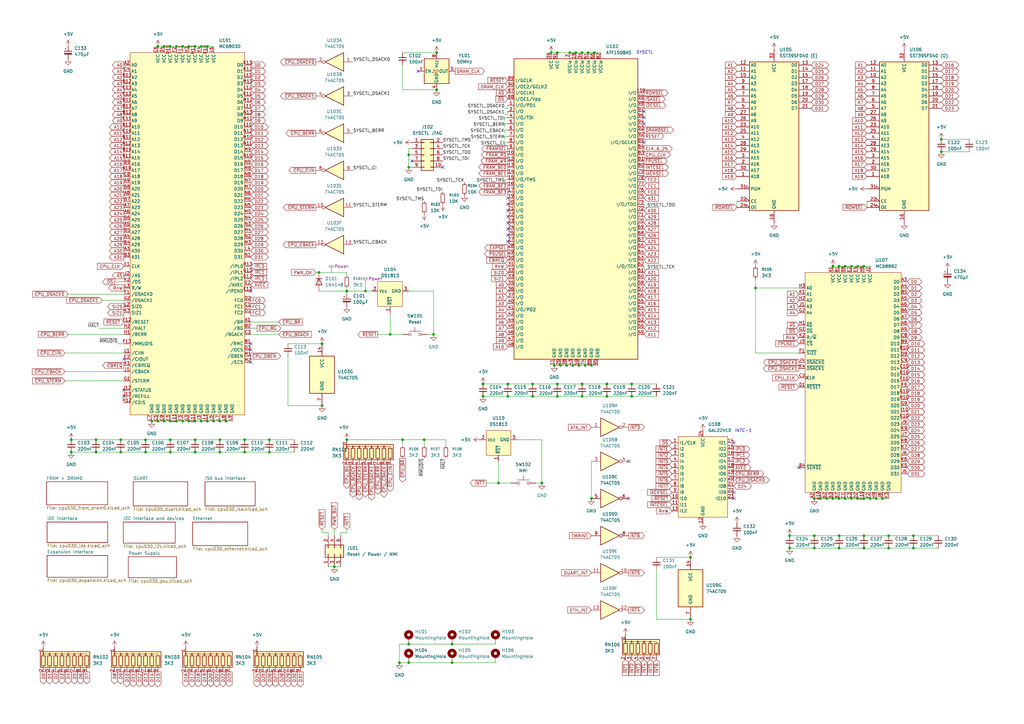
<source format=kicad_sch>
(kicad_sch (version 20250114) (generator "eeschema") (generator_version "9.0")
  (paper "A3")
  (title_block (title "Playground 68030 Mk I") (date "2025-06-25") (rev "0.1") (company "(c) 2025 Jason R. Thorpe.  See LICENSE."))
  (text "INTC-1" (at 301.244 176.784 0) (effects (font (size 1.27 1.27) (italic yes)) (justify left)))
  (text "SYSCTL" (at 260.858 21.59 0) (effects (font (size 1.27 1.27) (italic yes)) (justify left)))
  (junction (at 39.37 185.42))
  (junction (at 356.87 204.47))
  (junction (at 67.31 172.72))
  (junction (at 237.49 149.86))
  (junction (at 85.09 19.05))
  (junction (at 354.33 224.79))
  (junction (at 334.01 224.79))
  (junction (at 241.3 21.59))
  (junction (at 85.09 172.72))
  (junction (at 351.79 204.47))
  (junction (at 90.17 185.42))
  (junction (at 349.25 204.47))
  (junction (at 346.71 109.22))
  (junction (at 167.64 271.78))
  (junction (at 227.33 149.86))
  (junction (at 132.08 140.97))
  (junction (at 82.55 172.72))
  (junction (at 142.24 180.34))
  (junction (at 69.85 19.05))
  (junction (at 137.16 232.41))
  (junction (at 179.07 21.59))
  (junction (at 82.55 19.05))
  (junction (at 228.6 162.56))
  (junction (at 165.1 180.34))
  (junction (at 228.6 157.48))
  (junction (at 240.03 149.86))
  (junction (at 344.17 224.79))
  (junction (at 72.39 19.05))
  (junction (at 242.57 204.47))
  (junction (at 80.01 19.05))
  (junction (at 39.37 180.34))
  (junction (at 346.71 204.47))
  (junction (at 323.85 224.79))
  (junction (at 242.57 149.86))
  (junction (at 238.76 162.56))
  (junction (at 374.65 219.71))
  (junction (at 77.47 19.05))
  (junction (at 208.28 162.56))
  (junction (at 160.02 137.16))
  (junction (at 364.49 224.79))
  (junction (at 110.49 185.42))
  (junction (at 208.28 157.48))
  (junction (at 90.17 180.34))
  (junction (at 29.21 185.42))
  (junction (at 198.12 157.48))
  (junction (at 59.69 185.42))
  (junction (at 77.47 172.72))
  (junction (at 64.77 172.72))
  (junction (at 62.23 172.72))
  (junction (at 110.49 180.34))
  (junction (at 49.53 185.42))
  (junction (at 354.33 204.47))
  (junction (at 49.53 180.34))
  (junction (at 238.76 21.59))
  (junction (at 336.55 204.47))
  (junction (at 142.24 119.38))
  (junction (at 80.01 185.42))
  (junction (at 344.17 204.47))
  (junction (at 74.93 172.72))
  (junction (at 218.44 157.48))
  (junction (at 130.81 111.76))
  (junction (at 232.41 149.86))
  (junction (at 283.21 228.6))
  (junction (at 344.17 219.71))
  (junction (at 334.01 219.71))
  (junction (at 59.69 180.34))
  (junction (at 334.01 204.47))
  (junction (at 92.71 172.72))
  (junction (at 233.68 21.59))
  (junction (at 386.08 57.15))
  (junction (at 236.22 21.59))
  (junction (at 80.01 172.72))
  (junction (at 354.33 219.71))
  (junction (at 351.79 109.22))
  (junction (at 64.77 19.05))
  (junction (at 69.85 180.34))
  (junction (at 167.64 68.58))
  (junction (at 74.93 19.05))
  (junction (at 185.42 264.16))
  (junction (at 163.83 271.78))
  (junction (at 361.95 204.47))
  (junction (at 226.06 21.59))
  (junction (at 100.33 185.42))
  (junction (at 354.33 109.22))
  (junction (at 80.01 180.34))
  (junction (at 341.63 204.47))
  (junction (at 69.85 185.42))
  (junction (at 248.92 157.48))
  (junction (at 198.12 162.56))
  (junction (at 204.47 198.12))
  (junction (at 234.95 149.86))
  (junction (at 69.85 172.72))
  (junction (at 341.63 109.22))
  (junction (at 283.21 254))
  (junction (at 374.65 224.79))
  (junction (at 349.25 109.22))
  (junction (at 149.86 119.38))
  (junction (at 344.17 109.22))
  (junction (at 364.49 219.71))
  (junction (at 100.33 180.34))
  (junction (at 72.39 172.72))
  (junction (at 386.08 62.23))
  (junction (at 167.64 63.5))
  (junction (at 185.42 271.78))
  (junction (at 229.87 149.86))
  (junction (at 29.21 180.34))
  (junction (at 167.64 264.16))
  (junction (at 248.92 162.56))
  (junction (at 323.85 219.71))
  (junction (at 339.09 204.47))
  (junction (at 243.84 21.59))
  (junction (at 90.17 172.72))
  (junction (at 228.6 21.59))
  (junction (at 218.44 162.56))
  (junction (at 67.31 19.05))
  (junction (at 222.25 198.12))
  (junction (at 238.76 157.48))
  (junction (at 259.08 157.48))
  (junction (at 309.88 118.11))
  (junction (at 87.63 172.72))
  (junction (at 179.07 36.83))
  (junction (at 359.41 204.47))
  (junction (at 173.99 180.34))
  (junction (at 132.08 166.37))
  (junction (at 259.08 162.56))
  (junction (at 177.8 137.16))
  (no_connect (at 50.8 147.32))
  (no_connect (at 181.61 68.58))
  (no_connect (at 208.28 88.9))
  (no_connect (at 208.28 83.82))
  (no_connect (at 102.87 148.59))
  (no_connect (at 50.8 160.02))
  (no_connect (at 208.28 81.28))
  (no_connect (at 171.45 29.21))
  (no_connect (at 168.91 66.04))
  (no_connect (at 208.28 91.44))
  (no_connect (at 300.99 204.47))
  (no_connect (at 102.87 143.51))
  (no_connect (at 300.99 201.93))
  (no_connect (at 102.87 119.38))
  (no_connect (at 300.99 181.61))
  (no_connect (at 50.8 162.56))
  (no_connect (at 208.28 96.52))
  (no_connect (at 264.16 58.42))
  (no_connect (at 327.66 191.77))
  (no_connect (at 264.16 48.26))
  (no_connect (at 264.16 45.72))
  (no_connect (at 264.16 50.8))
  (no_connect (at 208.28 86.36))
  (no_connect (at 208.28 99.06))
  (no_connect (at 102.87 140.97))
  (no_connect (at 257.81 189.23))
  (no_connect (at 257.81 204.47))
  (no_connect (at 208.28 93.98))
  (wire (pts (xy 218.44 157.48) (xy 228.6 157.48)))
  (wire (pts (xy 29.21 180.34) (xy 39.37 180.34)))
  (wire (pts (xy 130.81 119.38) (xy 142.24 119.38)))
  (wire (pts (xy 182.88 182.88) (xy 182.88 180.34)))
  (wire (pts (xy 69.85 172.72) (xy 72.39 172.72)))
  (wire (pts (xy 62.23 172.72) (xy 64.77 172.72)))
  (wire (pts (xy 149.86 119.38) (xy 152.4 119.38)))
  (wire (pts (xy 354.33 204.47) (xy 356.87 204.47)))
  (wire (pts (xy 242.57 189.23) (xy 242.57 204.47)))
  (wire (pts (xy 241.3 21.59) (xy 243.84 21.59)))
  (wire (pts (xy 222.25 198.12) (xy 219.71 198.12)))
  (wire (pts (xy 207.01 73.66) (xy 208.28 73.66)))
  (wire (pts (xy 327.66 144.78) (xy 309.88 144.78)))
  (wire (pts (xy 59.69 185.42) (xy 69.85 185.42)))
  (wire (pts (xy 165.1 180.34) (xy 165.1 182.88)))
  (wire (pts (xy 167.64 60.96) (xy 167.64 63.5)))
  (wire (pts (xy 160.02 128.27) (xy 160.02 137.16)))
  (wire (pts (xy 82.55 19.05) (xy 85.09 19.05)))
  (wire (pts (xy 27.94 137.16) (xy 50.8 137.16)))
  (wire (pts (xy 208.28 58.42) (xy 207.01 58.42)))
  (wire (pts (xy 386.08 57.15) (xy 397.51 57.15)))
  (wire (pts (xy 173.99 180.34) (xy 173.99 182.88)))
  (wire (pts (xy 142.24 118.11) (xy 142.24 119.38)))
  (wire (pts (xy 90.17 180.34) (xy 100.33 180.34)))
  (wire (pts (xy 165.1 36.83) (xy 179.07 36.83)))
  (wire (pts (xy 142.24 180.34) (xy 165.1 180.34)))
  (wire (pts (xy 27.94 120.65) (xy 50.8 120.65)))
  (wire (pts (xy 85.09 19.05) (xy 87.63 19.05)))
  (wire (pts (xy 355.6 82.55) (xy 355.6 85.09)))
  (wire (pts (xy 341.63 109.22) (xy 344.17 109.22)))
  (wire (pts (xy 26.67 144.78) (xy 50.8 144.78)))
  (wire (pts (xy 67.31 19.05) (xy 69.85 19.05)))
  (wire (pts (xy 356.87 204.47) (xy 359.41 204.47)))
  (wire (pts (xy 208.28 157.48) (xy 218.44 157.48)))
  (wire (pts (xy 344.17 109.22) (xy 346.71 109.22)))
  (wire (pts (xy 168.91 60.96) (xy 167.64 60.96)))
  (wire (pts (xy 354.33 109.22) (xy 356.87 109.22)))
  (wire (pts (xy 118.11 146.05) (xy 118.11 166.37)))
  (wire (pts (xy 139.7 218.44) (xy 139.7 219.71)))
  (wire (pts (xy 64.77 19.05) (xy 67.31 19.05)))
  (wire (pts (xy 182.88 180.34) (xy 173.99 180.34)))
  (wire (pts (xy 208.28 44.45) (xy 208.28 43.18)))
  (wire (pts (xy 72.39 19.05) (xy 74.93 19.05)))
  (wire (pts (xy 248.92 162.56) (xy 259.08 162.56)))
  (wire (pts (xy 309.88 114.3) (xy 309.88 118.11)))
  (wire (pts (xy 167.64 271.78) (xy 185.42 271.78)))
  (wire (pts (xy 198.12 162.56) (xy 208.28 162.56)))
  (wire (pts (xy 80.01 185.42) (xy 90.17 185.42)))
  (wire (pts (xy 198.12 157.48) (xy 208.28 157.48)))
  (wire (pts (xy 248.92 157.48) (xy 259.08 157.48)))
  (wire (pts (xy 344.17 204.47) (xy 346.71 204.47)))
  (wire (pts (xy 238.76 157.48) (xy 248.92 157.48)))
  (wire (pts (xy 243.84 21.59) (xy 246.38 21.59)))
  (wire (pts (xy 110.49 180.34) (xy 120.65 180.34)))
  (wire (pts (xy 199.39 198.12) (xy 204.47 198.12)))
  (wire (pts (xy 212.09 180.34) (xy 222.25 180.34)))
  (wire (pts (xy 90.17 185.42) (xy 100.33 185.42)))
  (wire (pts (xy 137.16 217.17) (xy 137.16 219.71)))
  (wire (pts (xy 207.01 49.53) (xy 207.01 48.26)))
  (wire (pts (xy 233.68 21.59) (xy 236.22 21.59)))
  (wire (pts (xy 69.85 19.05) (xy 72.39 19.05)))
  (wire (pts (xy 69.85 185.42) (xy 80.01 185.42)))
  (wire (pts (xy 160.02 137.16) (xy 165.1 137.16)))
  (wire (pts (xy 374.65 219.71) (xy 384.81 219.71)))
  (wire (pts (xy 167.64 264.16) (xy 185.42 264.16)))
  (wire (pts (xy 177.8 119.38) (xy 177.8 137.16)))
  (wire (pts (xy 259.08 157.48) (xy 269.24 157.48)))
  (wire (pts (xy 323.85 224.79) (xy 334.01 224.79)))
  (wire (pts (xy 386.08 62.23) (xy 397.51 62.23)))
  (wire (pts (xy 46.99 115.57) (xy 50.8 115.57)))
  (wire (pts (xy 165.1 26.67) (xy 165.1 36.83)))
  (wire (pts (xy 167.64 119.38) (xy 177.8 119.38)))
  (wire (pts (xy 344.17 224.79) (xy 354.33 224.79)))
  (wire (pts (xy 39.37 185.42) (xy 49.53 185.42)))
  (wire (pts (xy 129.54 111.76) (xy 130.81 111.76)))
  (wire (pts (xy 177.8 137.16) (xy 175.26 137.16)))
  (wire (pts (xy 163.83 264.16) (xy 163.83 271.78)))
  (wire (pts (xy 269.24 233.68) (xy 269.24 254)))
  (wire (pts (xy 207.01 55.88) (xy 207.01 57.15)))
  (wire (pts (xy 237.49 149.86) (xy 240.03 149.86)))
  (wire (pts (xy 142.24 217.17) (xy 142.24 218.44)))
  (wire (pts (xy 228.6 162.56) (xy 238.76 162.56)))
  (wire (pts (xy 218.44 162.56) (xy 228.6 162.56)))
  (wire (pts (xy 269.24 254) (xy 283.21 254)))
  (wire (pts (xy 374.65 224.79) (xy 384.81 224.79)))
  (wire (pts (xy 92.71 172.72) (xy 95.25 172.72)))
  (wire (pts (xy 208.28 162.56) (xy 218.44 162.56)))
  (wire (pts (xy 364.49 219.71) (xy 374.65 219.71)))
  (wire (pts (xy 80.01 180.34) (xy 90.17 180.34)))
  (wire (pts (xy 309.88 118.11) (xy 327.66 118.11)))
  (wire (pts (xy 346.71 204.47) (xy 349.25 204.47)))
  (wire (pts (xy 240.03 149.86) (xy 242.57 149.86)))
  (wire (pts (xy 142.24 111.76) (xy 142.24 113.03)))
  (wire (pts (xy 110.49 185.42) (xy 120.65 185.42)))
  (wire (pts (xy 74.93 19.05) (xy 77.47 19.05)))
  (wire (pts (xy 100.33 180.34) (xy 110.49 180.34)))
  (wire (pts (xy 48.26 140.97) (xy 50.8 140.97)))
  (wire (pts (xy 339.09 204.47) (xy 341.63 204.47)))
  (wire (pts (xy 142.24 218.44) (xy 139.7 218.44)))
  (wire (pts (xy 134.62 218.44) (xy 134.62 219.71)))
  (wire (pts (xy 242.57 149.86) (xy 245.11 149.86)))
  (wire (pts (xy 165.1 21.59) (xy 179.07 21.59)))
  (wire (pts (xy 173.99 180.34) (xy 165.1 180.34)))
  (wire (pts (xy 154.94 137.16) (xy 160.02 137.16)))
  (wire (pts (xy 346.71 109.22) (xy 349.25 109.22)))
  (wire (pts (xy 265.43 110.49) (xy 264.16 110.49)))
  (wire (pts (xy 207.01 46.99) (xy 208.28 46.99)))
  (wire (pts (xy 167.64 264.16) (xy 163.83 264.16)))
  (wire (pts (xy 354.33 219.71) (xy 364.49 219.71)))
  (wire (pts (xy 26.67 156.21) (xy 50.8 156.21)))
  (wire (pts (xy 137.16 232.41) (xy 139.7 232.41)))
  (wire (pts (xy 341.63 204.47) (xy 344.17 204.47)))
  (wire (pts (xy 351.79 109.22) (xy 354.33 109.22)))
  (wire (pts (xy 234.95 149.86) (xy 237.49 149.86)))
  (wire (pts (xy 40.64 134.62) (xy 50.8 134.62)))
  (wire (pts (xy 269.24 228.6) (xy 283.21 228.6)))
  (wire (pts (xy 259.08 162.56) (xy 269.24 162.56)))
  (wire (pts (xy 354.33 224.79) (xy 364.49 224.79)))
  (wire (pts (xy 41.91 123.19) (xy 50.8 123.19)))
  (wire (pts (xy 265.43 85.09) (xy 264.16 85.09)))
  (wire (pts (xy 185.42 271.78) (xy 203.2 271.78)))
  (wire (pts (xy 334.01 224.79) (xy 344.17 224.79)))
  (wire (pts (xy 364.49 224.79) (xy 374.65 224.79)))
  (wire (pts (xy 167.64 63.5) (xy 168.91 63.5)))
  (wire (pts (xy 149.86 116.84) (xy 149.86 119.38)))
  (wire (pts (xy 264.16 110.49) (xy 264.16 109.22)))
  (wire (pts (xy 264.16 85.09) (xy 264.16 83.82)))
  (wire (pts (xy 208.28 55.88) (xy 207.01 55.88)))
  (wire (pts (xy 132.08 218.44) (xy 134.62 218.44)))
  (wire (pts (xy 323.85 219.71) (xy 334.01 219.71)))
  (wire (pts (xy 208.28 46.99) (xy 208.28 45.72)))
  (wire (pts (xy 134.62 232.41) (xy 137.16 232.41)))
  (wire (pts (xy 59.69 180.34) (xy 69.85 180.34)))
  (wire (pts (xy 77.47 172.72) (xy 80.01 172.72)))
  (wire (pts (xy 238.76 21.59) (xy 241.3 21.59)))
  (wire (pts (xy 163.83 271.78) (xy 167.64 271.78)))
  (wire (pts (xy 204.47 189.23) (xy 204.47 198.12)))
  (wire (pts (xy 69.85 180.34) (xy 80.01 180.34)))
  (wire (pts (xy 204.47 198.12) (xy 209.55 198.12)))
  (wire (pts (xy 185.42 264.16) (xy 203.2 264.16)))
  (wire (pts (xy 90.17 172.72) (xy 92.71 172.72)))
  (wire (pts (xy 49.53 185.42) (xy 59.69 185.42)))
  (wire (pts (xy 64.77 172.72) (xy 67.31 172.72)))
  (wire (pts (xy 39.37 180.34) (xy 49.53 180.34)))
  (wire (pts (xy 359.41 204.47) (xy 361.95 204.47)))
  (wire (pts (xy 344.17 219.71) (xy 354.33 219.71)))
  (wire (pts (xy 207.01 53.34) (xy 207.01 54.61)))
  (wire (pts (xy 118.11 166.37) (xy 132.08 166.37)))
  (wire (pts (xy 207.01 44.45) (xy 208.28 44.45)))
  (wire (pts (xy 208.28 50.8) (xy 207.01 50.8)))
  (wire (pts (xy 142.24 119.38) (xy 142.24 120.65)))
  (wire (pts (xy 82.55 172.72) (xy 85.09 172.72)))
  (wire (pts (xy 207.01 48.26) (xy 208.28 48.26)))
  (wire (pts (xy 227.33 149.86) (xy 229.87 149.86)))
  (wire (pts (xy 238.76 162.56) (xy 248.92 162.56)))
  (wire (pts (xy 232.41 149.86) (xy 234.95 149.86)))
  (wire (pts (xy 100.33 185.42) (xy 110.49 185.42)))
  (wire (pts (xy 226.06 21.59) (xy 228.6 21.59)))
  (wire (pts (xy 334.01 204.47) (xy 336.55 204.47)))
  (wire (pts (xy 336.55 204.47) (xy 339.09 204.47)))
  (wire (pts (xy 80.01 172.72) (xy 82.55 172.72)))
  (wire (pts (xy 207.01 50.8) (xy 207.01 52.07)))
  (wire (pts (xy 228.6 157.48) (xy 238.76 157.48)))
  (wire (pts (xy 72.39 172.72) (xy 74.93 172.72)))
  (wire (pts (xy 29.21 185.42) (xy 39.37 185.42)))
  (wire (pts (xy 222.25 180.34) (xy 222.25 198.12)))
  (wire (pts (xy 349.25 204.47) (xy 351.79 204.47)))
  (wire (pts (xy 67.31 172.72) (xy 69.85 172.72)))
  (wire (pts (xy 207.01 74.93) (xy 207.01 73.66)))
  (wire (pts (xy 351.79 204.47) (xy 354.33 204.47)))
  (wire (pts (xy 74.93 172.72) (xy 77.47 172.72)))
  (wire (pts (xy 334.01 219.71) (xy 344.17 219.71)))
  (wire (pts (xy 236.22 21.59) (xy 238.76 21.59)))
  (wire (pts (xy 132.08 217.17) (xy 132.08 218.44)))
  (wire (pts (xy 228.6 21.59) (xy 233.68 21.59)))
  (wire (pts (xy 207.01 58.42) (xy 207.01 59.69)))
  (wire (pts (xy 142.24 119.38) (xy 149.86 119.38)))
  (wire (pts (xy 130.81 111.76) (xy 142.24 111.76)))
  (wire (pts (xy 80.01 19.05) (xy 82.55 19.05)))
  (wire (pts (xy 361.95 204.47) (xy 364.49 204.47)))
  (wire (pts (xy 349.25 109.22) (xy 351.79 109.22)))
  (wire (pts (xy 85.09 172.72) (xy 87.63 172.72)))
  (wire (pts (xy 167.64 68.58) (xy 168.91 68.58)))
  (wire (pts (xy 118.11 140.97) (xy 132.08 140.97)))
  (wire (pts (xy 102.87 137.16) (xy 114.3 137.16)))
  (wire (pts (xy 167.64 63.5) (xy 167.64 68.58)))
  (wire (pts (xy 87.63 172.72) (xy 90.17 172.72)))
  (wire (pts (xy 49.53 180.34) (xy 59.69 180.34)))
  (wire (pts (xy 114.3 132.08) (xy 102.87 132.08)))
  (wire (pts (xy 229.87 149.86) (xy 232.41 149.86)))
  (wire (pts (xy 77.47 19.05) (xy 80.01 19.05)))
  (wire (pts (xy 26.67 152.4) (xy 50.8 152.4)))
  (wire (pts (xy 102.87 134.62) (xy 105.41 134.62)))
  (wire (pts (xy 208.28 53.34) (xy 207.01 53.34)))
  (wire (pts (xy 309.88 144.78) (xy 309.88 118.11)))
  (wire (pts (xy 302.26 82.55) (xy 302.26 85.09)))
  (label "SYSCTL_TCK" (at 265.43 110.49 0))
  (label "SYSCTL_TMS" (at 207.01 74.93 180))
  (label "~{MMUDIS}" (at 48.26 140.97 180))
  (label "SYSCTL_DSACK0" (at 207.01 44.45 180))
  (label "SYSCTL_STERM" (at 207.01 57.15 180))
  (label "SYSCTL_BERR" (at 144.78 54.61 0))
  (label "SYSCTL_DSACK1" (at 207.01 46.99 180))
  (label "SYSCTL_TCK" (at 181.61 60.96 0))
  (label "SYSCTL_TMS" (at 181.61 58.42 0))
  (label "SYSCTL_TDO" (at 181.61 63.5 0))
  (label "SYSCTL_TMS" (at 173.99 82.55 180))
  (label "SYSCTL_CI" (at 144.78 69.85 0))
  (label "~{MMUDIS}" (at 173.99 187.96 270))
  (label "SYSCTL_STERM" (at 144.78 85.09 0))
  (label "SYSCTL_CBACK" (at 207.01 54.61 180))
  (label "SYSCTL_CBACK" (at 144.78 100.33 0))
  (label "~{HALT}" (at 182.88 187.96 270))
  (label "SYSCTL_TDI" (at 207.01 49.53 180))
  (label "SYSCTL_DSACK0" (at 144.78 25.4 0))
  (label "SYSCTL_TCK" (at 190.5 74.93 180))
  (label "SYSCTL_TDO" (at 265.43 85.09 0))
  (label "~{HALT}" (at 40.64 134.62 180))
  (label "SYSCTL_BERR" (at 207.01 52.07 180))
  (label "SYSCTL_DSACK1" (at 144.78 39.37 0))
  (label "SYSCTL_TDI" (at 181.61 78.74 180))
  (label "SYSCTL_CI" (at 207.01 59.69 180))
  (label "SYSCTL_TDI" (at 181.61 66.04 0))
  (global_label "~{CPU_CBACK}" (shape input) (at 26.67 152.4 180) (property "Intersheetrefs" "${INTERSHEET_REFS}" (effects (hide yes))))
  (global_label "~{CPU_DSACK0}" (shape output) (at 129.54 25.4 180) (property "Intersheetrefs" "${INTERSHEET_REFS}" (effects (hide yes))))
  (global_label "D21" (shape bidirectional) (at 102.87 80.01 0) (property "Intersheetrefs" "${INTERSHEET_REFS}" (effects (hide yes))))
  (global_label "D23" (shape bidirectional) (at 102.87 85.09 0) (property "Intersheetrefs" "${INTERSHEET_REFS}" (effects (hide yes))))
  (global_label "D9" (shape bidirectional) (at 372.11 138.43 0) (property "Intersheetrefs" "${INTERSHEET_REFS}" (effects (hide yes))))
  (global_label "D16" (shape output) (at 76.2 275.59 270) (effects (font (italic yes))) (property "Intersheetrefs" "${INTERSHEET_REFS}" (effects (hide yes))))
  (global_label "~{PSUSEL}" (shape output) (at 208.28 104.14 180) (property "Intersheetrefs" "${INTERSHEET_REFS}" (effects (hide yes))))
  (global_label "D31" (shape bidirectional) (at 372.11 194.31 0) (property "Intersheetrefs" "${INTERSHEET_REFS}" (effects (hide yes))))
  (global_label "~{RESET}" (shape input) (at 327.66 158.75 180) (property "Intersheetrefs" "${INTERSHEET_REFS}" (effects (hide yes))))
  (global_label "A13" (shape output) (at 50.8 59.69 180) (property "Intersheetrefs" "${INTERSHEET_REFS}" (effects (hide yes))))
  (global_label "D18" (shape bidirectional) (at 372.11 161.29 0) (property "Intersheetrefs" "${INTERSHEET_REFS}" (effects (hide yes))))
  (global_label "D3" (shape output) (at 25.4 275.59 270) (effects (font (italic yes))) (property "Intersheetrefs" "${INTERSHEET_REFS}" (effects (hide yes))))
  (global_label "D1" (shape output) (at 20.32 275.59 270) (effects (font (italic yes))) (property "Intersheetrefs" "${INTERSHEET_REFS}" (effects (hide yes))))
  (global_label "~{CPU_BGACK}" (shape input) (at 114.3 137.16 0) (property "Intersheetrefs" "${INTERSHEET_REFS}" (effects (hide yes))))
  (global_label "CPU_CLK" (shape output) (at 264.16 63.5 0) (property "Intersheetrefs" "${INTERSHEET_REFS}" (effects (hide yes))))
  (global_label "~{FPUSEL}" (shape input) (at 327.66 140.97 180) (property "Intersheetrefs" "${INTERSHEET_REFS}" (effects (hide yes))))
  (global_label "A3" (shape input) (at 355.6 31.75 180) (property "Intersheetrefs" "${INTERSHEET_REFS}" (effects (hide yes))))
  (global_label "~{IPL2}" (shape input) (at 102.87 114.3 0) (property "Intersheetrefs" "${INTERSHEET_REFS}" (effects (hide yes))))
  (global_label "D28" (shape bidirectional) (at 372.11 186.69 0) (property "Intersheetrefs" "${INTERSHEET_REFS}" (effects (hide yes))))
  (global_label "~{FRAM_BE2}" (shape output) (at 208.28 76.2 180) (property "Intersheetrefs" "${INTERSHEET_REFS}" (effects (hide yes))))
  (global_label "D18" (shape bidirectional) (at 102.87 72.39 0) (property "Intersheetrefs" "${INTERSHEET_REFS}" (effects (hide yes))))
  (global_label "A9" (shape input) (at 355.6 46.99 180) (property "Intersheetrefs" "${INTERSHEET_REFS}" (effects (hide yes))))
  (global_label "D29" (shape bidirectional) (at 372.11 189.23 0) (property "Intersheetrefs" "${INTERSHEET_REFS}" (effects (hide yes))))
  (global_label "D12" (shape bidirectional) (at 372.11 146.05 0) (property "Intersheetrefs" "${INTERSHEET_REFS}" (effects (hide yes))))
  (global_label "~{INT4}" (shape input) (at 264.16 270.51 270) (property "Intersheetrefs" "${INTERSHEET_REFS}" (effects (hide yes))))
  (global_label "A10" (shape output) (at 50.8 52.07 180) (property "Intersheetrefs" "${INTERSHEET_REFS}" (effects (hide yes))))
  (global_label "~{AVEC}" (shape output) (at 300.99 191.77 0) (property "Intersheetrefs" "${INTERSHEET_REFS}" (effects (hide yes))))
  (global_label "D24" (shape bidirectional) (at 372.11 176.53 0) (property "Intersheetrefs" "${INTERSHEET_REFS}" (effects (hide yes))))
  (global_label "D24" (shape bidirectional) (at 102.87 87.63 0) (property "Intersheetrefs" "${INTERSHEET_REFS}" (effects (hide yes))))
  (global_label "A4" (shape input) (at 355.6 34.29 180) (property "Intersheetrefs" "${INTERSHEET_REFS}" (effects (hide yes))))
  (global_label "A8" (shape input) (at 355.6 44.45 180) (property "Intersheetrefs" "${INTERSHEET_REFS}" (effects (hide yes))))
  (global_label "DRAM_CLK" (shape output) (at 186.69 29.21 0) (property "Intersheetrefs" "${INTERSHEET_REFS}" (effects (hide yes))))
  (global_label "D30" (shape bidirectional) (at 372.11 191.77 0) (property "Intersheetrefs" "${INTERSHEET_REFS}" (effects (hide yes))))
  (global_label "A6" (shape input) (at 355.6 39.37 180) (property "Intersheetrefs" "${INTERSHEET_REFS}" (effects (hide yes))))
  (global_label "FC2" (shape input) (at 264.16 73.66 0) (property "Intersheetrefs" "${INTERSHEET_REFS}" (effects (hide yes))))
  (global_label "A11" (shape input) (at 264.16 137.16 0) (property "Intersheetrefs" "${INTERSHEET_REFS}" (effects (hide yes))))
  (global_label "~{DS}" (shape output) (at 46.99 115.57 180) (property "Intersheetrefs" "${INTERSHEET_REFS}" (effects (hide yes))))
  (global_label "A13" (shape input) (at 355.6 57.15 180) (property "Intersheetrefs" "${INTERSHEET_REFS}" (effects (hide yes))))
  (global_label "D19" (shape bidirectional) (at 372.11 163.83 0) (property "Intersheetrefs" "${INTERSHEET_REFS}" (effects (hide yes))))
  (global_label "D15" (shape bidirectional) (at 372.11 153.67 0) (property "Intersheetrefs" "${INTERSHEET_REFS}" (effects (hide yes))))
  (global_label "A15" (shape input) (at 302.26 62.23 180) (property "Intersheetrefs" "${INTERSHEET_REFS}" (effects (hide yes))))
  (global_label "~{INT3}" (shape output) (at 257.81 175.26 0) (property "Intersheetrefs" "${INTERSHEET_REFS}" (effects (hide yes))))
  (global_label "A15" (shape input) (at 264.16 127 0) (property "Intersheetrefs" "${INTERSHEET_REFS}" (effects (hide yes))))
  (global_label "D0" (shape bidirectional) (at 102.87 26.67 0) (property "Intersheetrefs" "${INTERSHEET_REFS}" (effects (hide yes))))
  (global_label "~{IPL1}" (shape output) (at 300.99 186.69 0) (property "Intersheetrefs" "${INTERSHEET_REFS}" (effects (hide yes))))
  (global_label "D14" (shape bidirectional) (at 372.11 151.13 0) (property "Intersheetrefs" "${INTERSHEET_REFS}" (effects (hide yes))))
  (global_label "D4" (shape bidirectional) (at 102.87 36.83 0) (property "Intersheetrefs" "${INTERSHEET_REFS}" (effects (hide yes))))
  (global_label "D28" (shape output) (at 115.57 275.59 270) (effects (font (italic yes))) (property "Intersheetrefs" "${INTERSHEET_REFS}" (effects (hide yes))))
  (global_label "D2" (shape bidirectional) (at 102.87 31.75 0) (property "Intersheetrefs" "${INTERSHEET_REFS}" (effects (hide yes))))
  (global_label "A14" (shape input) (at 302.26 59.69 180) (property "Intersheetrefs" "${INTERSHEET_REFS}" (effects (hide yes))))
  (global_label "PWR_OK" (shape input) (at 129.54 111.76 180) (property "Intersheetrefs" "${INTERSHEET_REFS}" (effects (hide yes))))
  (global_label "~{RESET}" (shape output) (at 154.94 137.16 180) (property "Intersheetrefs" "${INTERSHEET_REFS}" (effects (hide yes))))
  (global_label "A2" (shape input) (at 302.26 29.21 180) (property "Intersheetrefs" "${INTERSHEET_REFS}" (effects (hide yes))))
  (global_label "A8" (shape input) (at 208.28 137.16 180) (property "Intersheetrefs" "${INTERSHEET_REFS}" (effects (hide yes))))
  (global_label "D23" (shape bidirectional) (at 372.11 173.99 0) (property "Intersheetrefs" "${INTERSHEET_REFS}" (effects (hide yes))))
  (global_label "D20" (shape bidirectional) (at 372.11 166.37 0) (property "Intersheetrefs" "${INTERSHEET_REFS}" (effects (hide yes))))
  (global_label "~{INT7}" (shape input) (at 142.24 217.17 90) (property "Intersheetrefs" "${INTERSHEET_REFS}" (effects (hide yes))))
  (global_label "A11" (shape input) (at 302.26 52.07 180) (property "Intersheetrefs" "${INTERSHEET_REFS}" (effects (hide yes))))
  (global_label "A13" (shape input) (at 302.26 57.15 180) (property "Intersheetrefs" "${INTERSHEET_REFS}" (effects (hide yes))))
  (global_label "~{CPU_CIIN}" (shape output) (at 129.54 69.85 180) (property "Intersheetrefs" "${INTERSHEET_REFS}" (effects (hide yes))))
  (global_label "A3" (shape output) (at 50.8 34.29 180) (property "Intersheetrefs" "${INTERSHEET_REFS}" (effects (hide yes))))
  (global_label "A1" (shape output) (at 50.8 29.21 180) (property "Intersheetrefs" "${INTERSHEET_REFS}" (effects (hide yes))))
  (global_label "A10" (shape input) (at 208.28 142.24 180) (property "Intersheetrefs" "${INTERSHEET_REFS}" (effects (hide yes))))
  (global_label "A17" (shape input) (at 302.26 67.31 180) (property "Intersheetrefs" "${INTERSHEET_REFS}" (effects (hide yes))))
  (global_label "D11" (shape bidirectional) (at 372.11 143.51 0) (property "Intersheetrefs" "${INTERSHEET_REFS}" (effects (hide yes))))
  (global_label "~{CPU_STERM}" (shape output) (at 129.54 85.09 180) (property "Intersheetrefs" "${INTERSHEET_REFS}" (effects (hide yes))))
  (global_label "A7" (shape output) (at 50.8 44.45 180) (property "Intersheetrefs" "${INTERSHEET_REFS}" (effects (hide yes))))
  (global_label "~{ROMSEL}" (shape output) (at 264.16 38.1 0) (property "Intersheetrefs" "${INTERSHEET_REFS}" (effects (hide yes))))
  (global_label "~{CPU_DSACK1}" (shape output) (at 129.54 39.37 180) (property "Intersheetrefs" "${INTERSHEET_REFS}" (effects (hide yes))))
  (global_label "~{DS}" (shape input) (at 208.28 40.64 180) (property "Intersheetrefs" "${INTERSHEET_REFS}" (effects (hide yes))))
  (global_label "~{CPU_DSACK0}" (shape output) (at 147.32 190.5 270) (property "Intersheetrefs" "${INTERSHEET_REFS}" (effects (hide yes))))
  (global_label "~{CPU_BERR}" (shape output) (at 129.54 54.61 180) (property "Intersheetrefs" "${INTERSHEET_REFS}" (effects (hide yes))))
  (global_label "A11" (shape input) (at 355.6 52.07 180) (property "Intersheetrefs" "${INTERSHEET_REFS}" (effects (hide yes))))
  (global_label "~{CPU_BR}" (shape input) (at 114.3 132.08 0) (property "Intersheetrefs" "${INTERSHEET_REFS}" (effects (hide yes))))
  (global_label "~{CPU_BGACK}" (shape output) (at 144.78 190.5 270) (property "Intersheetrefs" "${INTERSHEET_REFS}" (effects (hide yes))))
  (global_label "A22" (shape output) (at 50.8 82.55 180) (property "Intersheetrefs" "${INTERSHEET_REFS}" (effects (hide yes))))
  (global_label "A6" (shape input) (at 302.26 39.37 180) (property "Intersheetrefs" "${INTERSHEET_REFS}" (effects (hide yes))))
  (global_label "RnW" (shape input) (at 327.66 138.43 180) (property "Intersheetrefs" "${INTERSHEET_REFS}" (effects (hide yes))))
  (global_label "A31" (shape input) (at 264.16 81.28 0) (property "Intersheetrefs" "${INTERSHEET_REFS}" (effects (hide yes))))
  (global_label "D17" (shape bidirectional) (at 372.11 158.75 0) (property "Intersheetrefs" "${INTERSHEET_REFS}" (effects (hide yes))))
  (global_label "A16" (shape output) (at 50.8 67.31 180) (property "Intersheetrefs" "${INTERSHEET_REFS}" (effects (hide yes))))
  (global_label "D24" (shape output) (at 105.41 275.59 270) (effects (font (italic yes))) (property "Intersheetrefs" "${INTERSHEET_REFS}" (effects (hide yes))))
  (global_label "D31" (shape bidirectional) (at 102.87 105.41 0) (property "Intersheetrefs" "${INTERSHEET_REFS}" (effects (hide yes))))
  (global_label "D15" (shape bidirectional) (at 102.87 64.77 0) (property "Intersheetrefs" "${INTERSHEET_REFS}" (effects (hide yes))))
  (global_label "D28" (shape bidirectional) (at 332.74 36.83 0) (property "Intersheetrefs" "${INTERSHEET_REFS}" (effects (hide yes))))
  (global_label "A20" (shape input) (at 264.16 114.3 0) (property "Intersheetrefs" "${INTERSHEET_REFS}" (effects (hide yes))))
  (global_label "FC2" (shape output) (at 102.87 128.27 0) (property "Intersheetrefs" "${INTERSHEET_REFS}" (effects (hide yes))))
  (global_label "A19" (shape input) (at 264.16 116.84 0) (property "Intersheetrefs" "${INTERSHEET_REFS}" (effects (hide yes))))
  (global_label "FC0" (shape input) (at 264.16 78.74 0) (property "Intersheetrefs" "${INTERSHEET_REFS}" (effects (hide yes))))
  (global_label "~{AS}" (shape input) (at 327.66 133.35 180) (property "Intersheetrefs" "${INTERSHEET_REFS}" (effects (hide yes))))
  (global_label "A18" (shape input) (at 302.26 69.85 180) (property "Intersheetrefs" "${INTERSHEET_REFS}" (effects (hide yes))))
  (global_label "TMRINT" (shape input) (at 242.57 219.71 180) (property "Intersheetrefs" "${INTERSHEET_REFS}" (effects (hide yes))))
  (global_label "~{RESET}" (shape input) (at 275.59 204.47 180) (property "Intersheetrefs" "${INTERSHEET_REFS}" (effects (hide yes))))
  (global_label "A5" (shape input) (at 302.26 36.83 180) (property "Intersheetrefs" "${INTERSHEET_REFS}" (effects (hide yes))))
  (global_label "DUART_INT" (shape input) (at 242.57 234.95 180) (property "Intersheetrefs" "${INTERSHEET_REFS}" (effects (hide yes))))
  (global_label "FC1" (shape output) (at 102.87 125.73 0) (property "Intersheetrefs" "${INTERSHEET_REFS}" (effects (hide yes))))
  (global_label "A10" (shape input) (at 355.6 49.53 180) (property "Intersheetrefs" "${INTERSHEET_REFS}" (effects (hide yes))))
  (global_label "A29" (shape output) (at 50.8 100.33 180) (property "Intersheetrefs" "${INTERSHEET_REFS}" (effects (hide yes))))
  (global_label "A12" (shape input) (at 302.26 54.61 180) (property "Intersheetrefs" "${INTERSHEET_REFS}" (effects (hide yes))))
  (global_label "A23" (shape input) (at 264.16 104.14 0) (property "Intersheetrefs" "${INTERSHEET_REFS}" (effects (hide yes))))
  (global_label "~{CPU_BERR}" (shape output) (at 154.94 190.5 270) (property "Intersheetrefs" "${INTERSHEET_REFS}" (effects (hide yes))))
  (global_label "~{INT7}" (shape input) (at 275.59 199.39 180) (property "Intersheetrefs" "${INTERSHEET_REFS}" (effects (hide yes))))
  (global_label "D31" (shape bidirectional) (at 332.74 44.45 0) (property "Intersheetrefs" "${INTERSHEET_REFS}" (effects (hide yes))))
  (global_label "A14" (shape input) (at 264.16 129.54 0) (property "Intersheetrefs" "${INTERSHEET_REFS}" (effects (hide yes))))
  (global_label "A14" (shape output) (at 50.8 62.23 180) (property "Intersheetrefs" "${INTERSHEET_REFS}" (effects (hide yes))))
  (global_label "~{INT5}" (shape input) (at 275.59 194.31 180) (property "Intersheetrefs" "${INTERSHEET_REFS}" (effects (hide yes))))
  (global_label "A30" (shape input) (at 264.16 86.36 0) (property "Intersheetrefs" "${INTERSHEET_REFS}" (effects (hide yes))))
  (global_label "D26" (shape bidirectional) (at 332.74 31.75 0) (property "Intersheetrefs" "${INTERSHEET_REFS}" (effects (hide yes))))
  (global_label "A17" (shape output) (at 50.8 69.85 180) (property "Intersheetrefs" "${INTERSHEET_REFS}" (effects (hide yes))))
  (global_label "A9" (shape input) (at 208.28 139.7 180) (property "Intersheetrefs" "${INTERSHEET_REFS}" (effects (hide yes))))
  (global_label "D22" (shape bidirectional) (at 372.11 171.45 0) (property "Intersheetrefs" "${INTERSHEET_REFS}" (effects (hide yes))))
  (global_label "~{AS}" (shape input) (at 208.28 38.1 180) (property "Intersheetrefs" "${INTERSHEET_REFS}" (effects (hide yes))))
  (global_label "D10" (shape bidirectional) (at 102.87 52.07 0) (property "Intersheetrefs" "${INTERSHEET_REFS}" (effects (hide yes))))
  (global_label "A13" (shape input) (at 264.16 132.08 0) (property "Intersheetrefs" "${INTERSHEET_REFS}" (effects (hide yes))))
  (global_label "~{ISASEL}" (shape output) (at 264.16 40.64 0) (property "Intersheetrefs" "${INTERSHEET_REFS}" (effects (hide yes))))
  (global_label "D6" (shape bidirectional) (at 102.87 41.91 0) (property "Intersheetrefs" "${INTERSHEET_REFS}" (effects (hide yes))))
  (global_label "~{DS}" (shape input) (at 275.59 181.61 180) (property "Intersheetrefs" "${INTERSHEET_REFS}" (effects (hide yes))))
  (global_label "~{IACKSEL}" (shape output) (at 264.16 71.12 0) (property "Intersheetrefs" "${INTERSHEET_REFS}" (effects (hide yes))))
  (global_label "A14" (shape input) (at 355.6 59.69 180) (property "Intersheetrefs" "${INTERSHEET_REFS}" (effects (hide yes))))
  (global_label "A8" (shape input) (at 302.26 44.45 180) (property "Intersheetrefs" "${INTERSHEET_REFS}" (effects (hide yes))))
  (global_label "~{AS}" (shape output) (at 50.8 113.03 180) (property "Intersheetrefs" "${INTERSHEET_REFS}" (effects (hide yes))))
  (global_label "D30" (shape bidirectional) (at 102.87 102.87 0) (property "Intersheetrefs" "${INTERSHEET_REFS}" (effects (hide yes))))
  (global_label "D30" (shape bidirectional) (at 332.74 41.91 0) (property "Intersheetrefs" "${INTERSHEET_REFS}" (effects (hide yes))))
  (global_label "RnW" (shape input) (at 208.28 109.22 180) (property "Intersheetrefs" "${INTERSHEET_REFS}" (effects (hide yes))))
  (global_label "D2" (shape bidirectional) (at 372.11 120.65 0) (property "Intersheetrefs" "${INTERSHEET_REFS}" (effects (hide yes))))
  (global_label "~{CPU_DSACK1}" (shape output) (at 327.66 151.13 180) (property "Intersheetrefs" "${INTERSHEET_REFS}" (effects (hide yes))))
  (global_label "A7" (shape input) (at 355.6 41.91 180) (property "Intersheetrefs" "${INTERSHEET_REFS}" (effects (hide yes))))
  (global_label "D7" (shape bidirectional) (at 102.87 44.45 0) (property "Intersheetrefs" "${INTERSHEET_REFS}" (effects (hide yes))))
  (global_label "D6" (shape output) (at 33.02 275.59 270) (effects (font (italic yes))) (property "Intersheetrefs" "${INTERSHEET_REFS}" (effects (hide yes))))
  (global_label "D22" (shape output) (at 91.44 275.59 270) (effects (font (italic yes))) (property "Intersheetrefs" "${INTERSHEET_REFS}" (effects (hide yes))))
  (global_label "~{CPU_DSACK1}" (shape output) (at 152.4 190.5 270) (property "Intersheetrefs" "${INTERSHEET_REFS}" (effects (hide yes))))
  (global_label "A29" (shape input) (at 264.16 88.9 0) (property "Intersheetrefs" "${INTERSHEET_REFS}" (effects (hide yes))))
  (global_label "~{CPU_STERM}" (shape output) (at 149.86 190.5 270) (property "Intersheetrefs" "${INTERSHEET_REFS}" (effects (hide yes))))
  (global_label "D27" (shape output) (at 113.03 275.59 270) (effects (font (italic yes))) (property "Intersheetrefs" "${INTERSHEET_REFS}" (effects (hide yes))))
  (global_label "~{CPU_DSACK1}" (shape input) (at 41.91 123.19 180) (property "Intersheetrefs" "${INTERSHEET_REFS}" (effects (hide yes))))
  (global_label "D17" (shape bidirectional) (at 102.87 69.85 0) (property "Intersheetrefs" "${INTERSHEET_REFS}" (effects (hide yes))))
  (global_label "~{CPU_DSACK0}" (shape output) (at 327.66 148.59 180) (property "Intersheetrefs" "${INTERSHEET_REFS}" (effects (hide yes))))
  (global_label "A28" (shape output) (at 50.8 97.79 180) (property "Intersheetrefs" "${INTERSHEET_REFS}" (effects (hide yes))))
  (global_label "D5" (shape bidirectional) (at 102.87 39.37 0) (property "Intersheetrefs" "${INTERSHEET_REFS}" (effects (hide yes))))
  (global_label "A15" (shape input) (at 355.6 62.23 180) (property "Intersheetrefs" "${INTERSHEET_REFS}" (effects (hide yes))))
  (global_label "A18" (shape output) (at 50.8 72.39 180) (property "Intersheetrefs" "${INTERSHEET_REFS}" (effects (hide yes))))
  (global_label "A5" (shape input) (at 208.28 129.54 180) (property "Intersheetrefs" "${INTERSHEET_REFS}" (effects (hide yes))))
  (global_label "D16" (shape bidirectional) (at 386.08 26.67 0) (property "Intersheetrefs" "${INTERSHEET_REFS}" (effects (hide yes))))
  (global_label "D1" (shape bidirectional) (at 372.11 118.11 0) (property "Intersheetrefs" "${INTERSHEET_REFS}" (effects (hide yes))))
  (global_label "A7" (shape input) (at 208.28 134.62 180) (property "Intersheetrefs" "${INTERSHEET_REFS}" (effects (hide yes))))
  (global_label "A20" (shape output) (at 50.8 77.47 180) (property "Intersheetrefs" "${INTERSHEET_REFS}" (effects (hide yes))))
  (global_label "D17" (shape output) (at 78.74 275.59 270) (effects (font (italic yes))) (property "Intersheetrefs" "${INTERSHEET_REFS}" (effects (hide yes))))
  (global_label "D12" (shape bidirectional) (at 102.87 57.15 0) (property "Intersheetrefs" "${INTERSHEET_REFS}" (effects (hide yes))))
  (global_label "A18" (shape input) (at 264.16 119.38 0) (property "Intersheetrefs" "${INTERSHEET_REFS}" (effects (hide yes))))
  (global_label "A23" (shape output) (at 50.8 85.09 180) (property "Intersheetrefs" "${INTERSHEET_REFS}" (effects (hide yes))))
  (global_label "D12" (shape output) (at 57.15 275.59 270) (effects (font (italic yes))) (property "Intersheetrefs" "${INTERSHEET_REFS}" (effects (hide yes))))
  (global_label "A3" (shape input) (at 327.66 125.73 180) (property "Intersheetrefs" "${INTERSHEET_REFS}" (effects (hide yes))))
  (global_label "D6" (shape bidirectional) (at 372.11 130.81 0) (property "Intersheetrefs" "${INTERSHEET_REFS}" (effects (hide yes))))
  (global_label "A30" (shape output) (at 50.8 102.87 180) (property "Intersheetrefs" "${INTERSHEET_REFS}" (effects (hide yes))))
  (global_label "A31" (shape output) (at 50.8 105.41 180) (property "Intersheetrefs" "${INTERSHEET_REFS}" (effects (hide yes))))
  (global_label "D22" (shape bidirectional) (at 102.87 82.55 0) (property "Intersheetrefs" "${INTERSHEET_REFS}" (effects (hide yes))))
  (global_label "A1" (shape input) (at 355.6 26.67 180) (property "Intersheetrefs" "${INTERSHEET_REFS}" (effects (hide yes))))
  (global_label "~{INTCSEL}" (shape input) (at 275.59 207.01 180) (property "Intersheetrefs" "${INTERSHEET_REFS}" (effects (hide yes))))
  (global_label "A5" (shape input) (at 355.6 36.83 180) (property "Intersheetrefs" "${INTERSHEET_REFS}" (effects (hide yes))))
  (global_label "D10" (shape output) (at 52.07 275.59 270) (effects (font (italic yes))) (property "Intersheetrefs" "${INTERSHEET_REFS}" (effects (hide yes))))
  (global_label "A19" (shape input) (at 355.6 72.39 180) (property "Intersheetrefs" "${INTERSHEET_REFS}" (effects (hide yes))))
  (global_label "A7" (shape input) (at 302.26 41.91 180) (property "Intersheetrefs" "${INTERSHEET_REFS}" (effects (hide yes))))
  (global_label "D5" (shape bidirectional) (at 372.11 128.27 0) (property "Intersheetrefs" "${INTERSHEET_REFS}" (effects (hide yes))))
  (global_label "~{CPU_CIIN}" (shape output) (at 160.02 190.5 270) (property "Intersheetrefs" "${INTERSHEET_REFS}" (effects (hide yes))))
  (global_label "~{INT6}" (shape input) (at 269.24 270.51 270) (property "Intersheetrefs" "${INTERSHEET_REFS}" (effects (hide yes))))
  (global_label "ETH_INT" (shape input) (at 242.57 250.19 180) (property "Intersheetrefs" "${INTERSHEET_REFS}" (effects (hide yes))))
  (global_label "D29" (shape output) (at 118.11 275.59 270) (effects (font (italic yes))) (property "Intersheetrefs" "${INTERSHEET_REFS}" (effects (hide yes))))
  (global_label "~{IPL0}" (shape input) (at 102.87 109.22 0) (property "Intersheetrefs" "${INTERSHEET_REFS}" (effects (hide yes))))
  (global_label "~{INTCSEL}" (shape output) (at 264.16 68.58 0) (property "Intersheetrefs" "${INTERSHEET_REFS}" (effects (hide yes))))
  (global_label "A21" (shape input) (at 264.16 111.76 0) (property "Intersheetrefs" "${INTERSHEET_REFS}" (effects (hide yes))))
  (global_label "A4" (shape input) (at 327.66 128.27 180) (property "Intersheetrefs" "${INTERSHEET_REFS}" (effects (hide yes))))
  (global_label "D19" (shape bidirectional) (at 386.08 34.29 0) (property "Intersheetrefs" "${INTERSHEET_REFS}" (effects (hide yes))))
  (global_label "D8" (shape bidirectional) (at 372.11 135.89 0) (property "Intersheetrefs" "${INTERSHEET_REFS}" (effects (hide yes))))
  (global_label "A8" (shape output) (at 50.8 46.99 180) (property "Intersheetrefs" "${INTERSHEET_REFS}" (effects (hide yes))))
  (global_label "CPU_CLK" (shape input) (at 50.8 109.22 180) (property "Intersheetrefs" "${INTERSHEET_REFS}" (effects (hide yes))))
  (global_label "D7" (shape output) (at 35.56 275.59 270) (effects (font (italic yes))) (property "Intersheetrefs" "${INTERSHEET_REFS}" (effects (hide yes))))
  (global_label "D22" (shape bidirectional) (at 386.08 41.91 0) (property "Intersheetrefs" "${INTERSHEET_REFS}" (effects (hide yes))))
  (global_label "~{RESET}" (shape input) (at 208.28 33.02 180) (property "Intersheetrefs" "${INTERSHEET_REFS}" (effects (hide yes))))
  (global_label "D13" (shape output) (at 59.69 275.59 270) (effects (font (italic yes))) (property "Intersheetrefs" "${INTERSHEET_REFS}" (effects (hide yes))))
  (global_label "A2" (shape input) (at 208.28 121.92 180) (property "Intersheetrefs" "${INTERSHEET_REFS}" (effects (hide yes))))
  (global_label "RnW" (shape input) (at 275.59 209.55 180) (property "Intersheetrefs" "${INTERSHEET_REFS}" (effects (hide yes))))
  (global_label "D15" (shape output) (at 64.77 275.59 270) (effects (font (italic yes))) (property "Intersheetrefs" "${INTERSHEET_REFS}" (effects (hide yes))))
  (global_label "A0" (shape output) (at 50.8 26.67 180) (property "Intersheetrefs" "${INTERSHEET_REFS}" (effects (hide yes))))
  (global_label "~{INT7}" (shape output) (at 199.39 198.12 180) (property "Intersheetrefs" "${INTERSHEET_REFS}" (effects (hide yes))))
  (global_label "D17" (shape bidirectional) (at 386.08 29.21 0) (property "Intersheetrefs" "${INTERSHEET_REFS}" (effects (hide yes))))
  (global_label "D24" (shape bidirectional) (at 332.74 26.67 0) (property "Intersheetrefs" "${INTERSHEET_REFS}" (effects (hide yes))))
  (global_label "D28" (shape bidirectional) (at 102.87 97.79 0) (property "Intersheetrefs" "${INTERSHEET_REFS}" (effects (hide yes))))
  (global_label "A0" (shape input) (at 208.28 116.84 180) (property "Intersheetrefs" "${INTERSHEET_REFS}" (effects (hide yes))))
  (global_label "~{CPU_STERM}" (shape input) (at 26.67 156.21 180) (property "Intersheetrefs" "${INTERSHEET_REFS}" (effects (hide yes))))
  (global_label "D13" (shape bidirectional) (at 102.87 59.69 0) (property "Intersheetrefs" "${INTERSHEET_REFS}" (effects (hide yes))))
  (global_label "A27" (shape input) (at 264.16 93.98 0) (property "Intersheetrefs" "${INTERSHEET_REFS}" (effects (hide yes))))
  (global_label "RESET" (shape output) (at 264.16 55.88 0) (property "Intersheetrefs" "${INTERSHEET_REFS}" (effects (hide yes))))
  (global_label "~{I2CSEL}" (shape output) (at 264.16 43.18 0) (property "Intersheetrefs" "${INTERSHEET_REFS}" (effects (hide yes))))
  (global_label "~{ROMSEL}" (shape input) (at 355.6 85.09 180) (property "Intersheetrefs" "${INTERSHEET_REFS}" (effects (hide yes))))
  (global_label "A28" (shape input) (at 264.16 91.44 0) (property "Intersheetrefs" "${INTERSHEET_REFS}" (effects (hide yes))))
  (global_label "~{FRAM_BE0}" (shape output) (at 208.28 68.58 180) (property "Intersheetrefs" "${INTERSHEET_REFS}" (effects (hide yes))))
  (global_label "~{INT2}" (shape input) (at 275.59 186.69 180) (property "Intersheetrefs" "${INTERSHEET_REFS}" (effects (hide yes))))
  (global_label "D20" (shape bidirectional) (at 102.87 77.47 0) (property "Intersheetrefs" "${INTERSHEET_REFS}" (effects (hide yes))))
  (global_label "A12" (shape input) (at 264.16 134.62 0) (property "Intersheetrefs" "${INTERSHEET_REFS}" (effects (hide yes))))
  (global_label "A25" (shape output) (at 50.8 90.17 180) (property "Intersheetrefs" "${INTERSHEET_REFS}" (effects (hide yes))))
  (global_label "~{INT2}" (shape input) (at 259.08 270.51 270) (property "Intersheetrefs" "${INTERSHEET_REFS}" (effects (hide yes))))
  (global_label "D24" (shape bidirectional) (at 300.99 199.39 0) (property "Intersheetrefs" "${INTERSHEET_REFS}" (effects (hide yes))))
  (global_label "D27" (shape bidirectional) (at 372.11 184.15 0) (property "Intersheetrefs" "${INTERSHEET_REFS}" (effects (hide yes))))
  (global_label "~{CPU_BR}" (shape output) (at 165.1 187.96 270) (property "Intersheetrefs" "${INTERSHEET_REFS}" (effects (hide yes))))
  (global_label "~{INT1}" (shape input) (at 256.54 270.51 270) (property "Intersheetrefs" "${INTERSHEET_REFS}" (effects (hide yes))))
  (global_label "A9" (shape output) (at 50.8 49.53 180) (property "Intersheetrefs" "${INTERSHEET_REFS}" (effects (hide yes))))
  (global_label "D21" (shape bidirectional) (at 372.11 168.91 0) (property "Intersheetrefs" "${INTERSHEET_REFS}" (effects (hide yes))))
  (global_label "D25" (shape bidirectional) (at 102.87 90.17 0) (property "Intersheetrefs" "${INTERSHEET_REFS}" (effects (hide yes))))
  (global_label "D29" (shape bidirectional) (at 102.87 100.33 0) (property "Intersheetrefs" "${INTERSHEET_REFS}" (effects (hide yes))))
  (global_label "~{FRAM_BE3}" (shape output) (at 208.28 78.74 180) (property "Intersheetrefs" "${INTERSHEET_REFS}" (effects (hide yes))))
  (global_label "D7" (shape bidirectional) (at 372.11 133.35 0) (property "Intersheetrefs" "${INTERSHEET_REFS}" (effects (hide yes))))
  (global_label "D18" (shape output) (at 81.28 275.59 270) (effects (font (italic yes))) (property "Intersheetrefs" "${INTERSHEET_REFS}" (effects (hide yes))))
  (global_label "FC0" (shape output) (at 102.87 123.19 0) (property "Intersheetrefs" "${INTERSHEET_REFS}" (effects (hide yes))))
  (global_label "D20" (shape bidirectional) (at 386.08 36.83 0) (property "Intersheetrefs" "${INTERSHEET_REFS}" (effects (hide yes))))
  (global_label "D27" (shape bidirectional) (at 102.87 95.25 0) (property "Intersheetrefs" "${INTERSHEET_REFS}" (effects (hide yes))))
  (global_label "~{CPU_BG}" (shape output) (at 142.24 190.5 270) (property "Intersheetrefs" "${INTERSHEET_REFS}" (effects (hide yes))))
  (global_label "SIZ1" (shape input) (at 208.28 114.3 180) (property "Intersheetrefs" "${INTERSHEET_REFS}" (effects (hide yes))))
  (global_label "A26" (shape input) (at 264.16 96.52 0) (property "Intersheetrefs" "${INTERSHEET_REFS}" (effects (hide yes))))
  (global_label "A26" (shape output) (at 50.8 92.71 180) (property "Intersheetrefs" "${INTERSHEET_REFS}" (effects (hide yes))))
  (global_label "~{INT3}" (shape input) (at 261.62 270.51 270) (property "Intersheetrefs" "${INTERSHEET_REFS}" (effects (hide yes))))
  (global_label "D27" (shape bidirectional) (at 332.74 34.29 0) (property "Intersheetrefs" "${INTERSHEET_REFS}" (effects (hide yes))))
  (global_label "~{INT5}" (shape input) (at 266.7 270.51 270) (property "Intersheetrefs" "${INTERSHEET_REFS}" (effects (hide yes))))
  (global_label "A6" (shape input) (at 208.28 132.08 180) (property "Intersheetrefs" "${INTERSHEET_REFS}" (effects (hide yes))))
  (global_label "A4" (shape input) (at 302.26 34.29 180) (property "Intersheetrefs" "${INTERSHEET_REFS}" (effects (hide yes))))
  (global_label "D1" (shape bidirectional) (at 102.87 29.21 0) (property "Intersheetrefs" "${INTERSHEET_REFS}" (effects (hide yes))))
  (global_label "A4" (shape output) (at 50.8 36.83 180) (property "Intersheetrefs" "${INTERSHEET_REFS}" (effects (hide yes))))
  (global_label "A4" (shape input) (at 208.28 127 180) (property "Intersheetrefs" "${INTERSHEET_REFS}" (effects (hide yes))))
  (global_label "A25" (shape input) (at 264.16 99.06 0) (property "Intersheetrefs" "${INTERSHEET_REFS}" (effects (hide yes))))
  (global_label "~{FRAM_BE1}" (shape output) (at 208.28 71.12 180) (property "Intersheetrefs" "${INTERSHEET_REFS}" (effects (hide yes))))
  (global_label "~{CPU_BERR}" (shape input) (at 27.94 137.16 180) (property "Intersheetrefs" "${INTERSHEET_REFS}" (effects (hide yes))))
  (global_label "~{ROMSEL}" (shape input) (at 302.26 85.09 180) (property "Intersheetrefs" "${INTERSHEET_REFS}" (effects (hide yes))))
  (global_label "~{PWR_BUT}" (shape input) (at 137.16 217.17 90) (property "Intersheetrefs" "${INTERSHEET_REFS}" (effects (hide yes))))
  (global_label "D21" (shape output) (at 88.9 275.59 270) (effects (font (italic yes))) (property "Intersheetrefs" "${INTERSHEET_REFS}" (effects (hide yes))))
  (global_label "FC1" (shape input) (at 264.16 76.2 0) (property "Intersheetrefs" "${INTERSHEET_REFS}" (effects (hide yes))))
  (global_label "~{CPU_CIIN}" (shape input) (at 26.67 144.78 180) (property "Intersheetrefs" "${INTERSHEET_REFS}" (effects (hide yes))))
  (global_label "~{DS}" (shape input) (at 327.66 135.89 180) (property "Intersheetrefs" "${INTERSHEET_REFS}" (effects (hide yes))))
  (global_label "CPU_CLK" (shape input) (at 327.66 154.94 180) (property "Intersheetrefs" "${INTERSHEET_REFS}" (effects (hide yes))))
  (global_label "D21" (shape bidirectional) (at 386.08 39.37 0) (property "Intersheetrefs" "${INTERSHEET_REFS}" (effects (hide yes))))
  (global_label "D18" (shape bidirectional) (at 386.08 31.75 0) (property "Intersheetrefs" "${INTERSHEET_REFS}" (effects (hide yes))))
  (global_label "~{EXPSEL}" (shape output) (at 208.28 101.6 180) (property "Intersheetrefs" "${INTERSHEET_REFS}" (effects (hide yes))))
  (global_label "~{INT4}" (shape input) (at 275.59 191.77 180) (property "Intersheetrefs" "${INTERSHEET_REFS}" (effects (hide yes))))
  (global_label "D31" (shape output) (at 123.19 275.59 270) (effects (font (italic yes))) (property "Intersheetrefs" "${INTERSHEET_REFS}" (effects (hide yes))))
  (global_label "SIZ0" (shape output) (at 50.8 125.73 180) (property "Intersheetrefs" "${INTERSHEET_REFS}" (effects (hide yes))))
  (global_label "D10" (shape bidirectional) (at 372.11 140.97 0) (property "Intersheetrefs" "${INTERSHEET_REFS}" (effects (hide yes))))
  (global_label "A17" (shape input) (at 264.16 121.92 0) (property "Intersheetrefs" "${INTERSHEET_REFS}" (effects (hide yes))))
  (global_label "A17" (shape input) (at 355.6 67.31 180) (property "Intersheetrefs" "${INTERSHEET_REFS}" (effects (hide yes))))
  (global_label "A16" (shape input) (at 355.6 64.77 180) (property "Intersheetrefs" "${INTERSHEET_REFS}" (effects (hide yes))))
  (global_label "A3" (shape input) (at 302.26 31.75 180) (property "Intersheetrefs" "${INTERSHEET_REFS}" (effects (hide yes))))
  (global_label "A16" (shape input) (at 302.26 64.77 180) (property "Intersheetrefs" "${INTERSHEET_REFS}" (effects (hide yes))))
  (global_label "~{AVEC}" (shape input) (at 102.87 116.84 0) (property "Intersheetrefs" "${INTERSHEET_REFS}" (effects (hide yes))))
  (global_label "~{FRAM_RD}" (shape output) (at 208.28 63.5 180) (property "Intersheetrefs" "${INTERSHEET_REFS}" (effects (hide yes))))
  (global_label "D26" (shape output) (at 110.49 275.59 270) (effects (font (italic yes))) (property "Intersheetrefs" "${INTERSHEET_REFS}" (effects (hide yes))))
  (global_label "D4" (shape output) (at 27.94 275.59 270) (effects (font (italic yes))) (property "Intersheetrefs" "${INTERSHEET_REFS}" (effects (hide yes))))
  (global_label "D25" (shape output) (at 107.95 275.59 270) (effects (font (italic yes))) (property "Intersheetrefs" "${INTERSHEET_REFS}" (effects (hide yes))))
  (global_label "D4" (shape bidirectional) (at 372.11 125.73 0) (property "Intersheetrefs" "${INTERSHEET_REFS}" (effects (hide yes))))
  (global_label "D26" (shape bidirectional) (at 102.87 92.71 0) (property "Intersheetrefs" "${INTERSHEET_REFS}" (effects (hide yes))))
  (global_label "A6" (shape output) (at 50.8 41.91 180) (property "Intersheetrefs" "${INTERSHEET_REFS}" (effects (hide yes))))
  (global_label "A2" (shape output) (at 50.8 31.75 180) (property "Intersheetrefs" "${INTERSHEET_REFS}" (effects (hide yes))))
  (global_label "A19" (shape output) (at 50.8 74.93 180) (property "Intersheetrefs" "${INTERSHEET_REFS}" (effects (hide yes))))
  (global_label "D16" (shape bidirectional) (at 102.87 67.31 0) (property "Intersheetrefs" "${INTERSHEET_REFS}" (effects (hide yes))))
  (global_label "~{CBREQ}" (shape input) (at 208.28 106.68 180) (property "Intersheetrefs" "${INTERSHEET_REFS}" (effects (hide yes))))
  (global_label "A2" (shape input) (at 327.66 123.19 180) (property "Intersheetrefs" "${INTERSHEET_REFS}" (effects (hide yes))))
  (global_label "~{FRAMSEL}" (shape output) (at 208.28 60.96 180) (property "Intersheetrefs" "${INTERSHEET_REFS}" (effects (hide yes))))
  (global_label "D0" (shape bidirectional) (at 372.11 115.57 0) (property "Intersheetrefs" "${INTERSHEET_REFS}" (effects (hide yes))))
  (global_label "D11" (shape bidirectional) (at 102.87 54.61 0) (property "Intersheetrefs" "${INTERSHEET_REFS}" (effects (hide yes))))
  (global_label "CLK_6_25" (shape output) (at 264.16 60.96 0) (property "Intersheetrefs" "${INTERSHEET_REFS}" (effects (hide yes))))
  (global_label "A5" (shape output) (at 50.8 39.37 180) (property "Intersheetrefs" "${INTERSHEET_REFS}" (effects (hide yes))))
  (global_label "A9" (shape input) (at 302.26 46.99 180) (property "Intersheetrefs" "${INTERSHEET_REFS}" (effects (hide yes))))
  (global_label "A1" (shape input) (at 327.66 120.65 180) (property "Intersheetrefs" "${INTERSHEET_REFS}" (effects (hide yes))))
  (global_label "D9" (shape bidirectional) (at 102.87 49.53 0) (property "Intersheetrefs" "${INTERSHEET_REFS}" (effects (hide yes))))
  (global_label "D5" (shape output) (at 30.48 275.59 270) (effects (font (italic yes))) (property "Intersheetrefs" "${INTERSHEET_REFS}" (effects (hide yes))))
  (global_label "~{INT5}" (shape output) (at 257.81 234.95 0) (property "Intersheetrefs" "${INTERSHEET_REFS}" (effects (hide yes))))
  (global_label "A21" (shape output) (at 50.8 80.01 180) (property "Intersheetrefs" "${INTERSHEET_REFS}" (effects (hide yes))))
  (global_label "A18" (shape input) (at 355.6 69.85 180) (property "Intersheetrefs" "${INTERSHEET_REFS}" (effects (hide yes))))
  (global_label "~{INT3}" (shape input) (at 275.59 189.23 180) (property "Intersheetrefs" "${INTERSHEET_REFS}" (effects (hide yes))))
  (global_label "~{IPL1}" (shape input) (at 102.87 111.76 0) (property "Intersheetrefs" "${INTERSHEET_REFS}" (effects (hide yes))))
  (global_label "~{INT1}" (shape input) (at 275.59 184.15 180) (property "Intersheetrefs" "${INTERSHEET_REFS}" (effects (hide yes))))
  (global_label "~{CPU_CBACK}" (shape output) (at 157.48 190.5 270) (property "Intersheetrefs" "${INTERSHEET_REFS}" (effects (hide yes))))
  (global_label "A12" (shape input) (at 355.6 54.61 180) (property "Intersheetrefs" "${INTERSHEET_REFS}" (effects (hide yes))))
  (global_label "A2" (shape input) (at 355.6 29.21 180) (property "Intersheetrefs" "${INTERSHEET_REFS}" (effects (hide yes))))
  (global_label "D29" (shape bidirectional) (at 332.74 39.37 0) (property "Intersheetrefs" "${INTERSHEET_REFS}" (effects (hide yes))))
  (global_label "~{IPL2}" (shape output) (at 300.99 189.23 0) (property "Intersheetrefs" "${INTERSHEET_REFS}" (effects (hide yes))))
  (global_label "D9" (shape output) (at 49.53 275.59 270) (effects (font (italic yes))) (property "Intersheetrefs" "${INTERSHEET_REFS}" (effects (hide yes))))
  (global_label "D16" (shape bidirectional) (at 372.11 156.21 0) (property "Intersheetrefs" "${INTERSHEET_REFS}" (effects (hide yes))))
  (global_label "D23" (shape output) (at 93.98 275.59 270) (effects (font (italic yes))) (property "Intersheetrefs" "${INTERSHEET_REFS}" (effects (hide yes))))
  (global_label "A11" (shape output) (at 50.8 54.61 180) (property "Intersheetrefs" "${INTERSHEET_REFS}" (effects (hide yes))))
  (global_label "D19" (shape output) (at 83.82 275.59 270) (effects (font (italic yes))) (property "Intersheetrefs" "${INTERSHEET_REFS}" (effects (hide yes))))
  (global_label "D13" (shape bidirectional) (at 372.11 148.59 0) (property "Intersheetrefs" "${INTERSHEET_REFS}" (effects (hide yes))))
  (global_label "D20" (shape output) (at 86.36 275.59 270) (effects (font (italic yes))) (property "Intersheetrefs" "${INTERSHEET_REFS}" (effects (hide yes))))
  (global_label "~{INT4}" (shape output) (at 257.81 250.19 0) (property "Intersheetrefs" "${INTERSHEET_REFS}" (effects (hide yes))))
  (global_label "A3" (shape input) (at 208.28 124.46 180) (property "Intersheetrefs" "${INTERSHEET_REFS}" (effects (hide yes))))
  (global_label "D26" (shape bidirectional) (at 372.11 181.61 0) (property "Intersheetrefs" "${INTERSHEET_REFS}" (effects (hide yes))))
  (global_label "D2" (shape output) (at 22.86 275.59 270) (effects (font (italic yes))) (property "Intersheetrefs" "${INTERSHEET_REFS}" (effects (hide yes))))
  (global_label "A1" (shape input) (at 208.28 119.38 180) (property "Intersheetrefs" "${INTERSHEET_REFS}" (effects (hide yes))))
  (global_label "A15" (shape output) (at 50.8 64.77 180) (property "Intersheetrefs" "${INTERSHEET_REFS}" (effects (hide yes))))
  (global_label "~{CPU_BG}" (shape output) (at 105.41 134.62 0) (property "Intersheetrefs" "${INTERSHEET_REFS}" (effects (hide yes))))
  (global_label "A24" (shape output) (at 50.8 87.63 180) (property "Intersheetrefs" "${INTERSHEET_REFS}" (effects (hide yes))))
  (global_label "A19" (shape input) (at 302.26 72.39 180) (property "Intersheetrefs" "${INTERSHEET_REFS}" (effects (hide yes))))
  (global_label "D3" (shape bidirectional) (at 372.11 123.19 0) (property "Intersheetrefs" "${INTERSHEET_REFS}" (effects (hide yes))))
  (global_label "~{RESET}" (shape input) (at 50.8 132.08 180) (property "Intersheetrefs" "${INTERSHEET_REFS}" (effects (hide yes))))
  (global_label "~{IACKSEL}" (shape input) (at 275.59 201.93 180) (property "Intersheetrefs" "${INTERSHEET_REFS}" (effects (hide yes))))
  (global_label "~{CPU_DBEN}" (shape output) (at 102.87 146.05 0) (property "Intersheetrefs" "${INTERSHEET_REFS}" (effects (hide yes))))
  (global_label "~{FRAM_WR}" (shape output) (at 208.28 66.04 180) (property "Intersheetrefs" "${INTERSHEET_REFS}" (effects (hide yes))))
  (global_label "A22" (shape input) (at 264.16 106.68 0) (property "Intersheetrefs" "${INTERSHEET_REFS}" (effects (hide yes))))
  (global_label "A10" (shape input) (at 302.26 49.53 180) (property "Intersheetrefs" "${INTERSHEET_REFS}" (effects (hide yes))))
  (global_label "A12" (shape output) (at 50.8 57.15 180) (property "Intersheetrefs" "${INTERSHEET_REFS}" (effects (hide yes))))
  (global_label "A24" (shape input) (at 264.16 101.6 0) (property "Intersheetrefs" "${INTERSHEET_REFS}" (effects (hide yes))))
  (global_label "~{CPU_BERR}" (shape output) (at 300.99 194.31 0) (property "Intersheetrefs" "${INTERSHEET_REFS}" (effects (hide yes))))
  (global_label "~{FPUSEL}" (shape output) (at 264.16 66.04 0) (property "Intersheetrefs" "${INTERSHEET_REFS}" (effects (hide yes))))
  (global_label "~{RESET}" (shape input) (at 132.08 217.17 90) (property "Intersheetrefs" "${INTERSHEET_REFS}" (effects (hide yes))))
  (global_label "~{INT6}" (shape output) (at 257.81 219.71 0) (property "Intersheetrefs" "${INTERSHEET_REFS}" (effects (hide yes))))
  (global_label "D19" (shape bidirectional) (at 102.87 74.93 0) (property "Intersheetrefs" "${INTERSHEET_REFS}" (effects (hide yes))))
  (global_label "DRAM_CLK" (shape input) (at 208.28 35.56 180) (property "Intersheetrefs" "${INTERSHEET_REFS}" (effects (hide yes))))
  (global_label "A16" (shape input) (at 264.16 124.46 0) (property "Intersheetrefs" "${INTERSHEET_REFS}" (effects (hide yes))))
  (global_label "D25" (shape bidirectional) (at 372.11 179.07 0) (property "Intersheetrefs" "${INTERSHEET_REFS}" (effects (hide yes))))
  (global_label "~{CBREQ}" (shape output) (at 50.8 149.86 180) (property "Intersheetrefs" "${INTERSHEET_REFS}" (effects (hide yes))))
  (global_label "SIZ1" (shape output) (at 50.8 128.27 180) (property "Intersheetrefs" "${INTERSHEET_REFS}" (effects (hide yes))))
  (global_label "D14" (shape output) (at 62.23 275.59 270) (effects (font (italic yes))) (property "Intersheetrefs" "${INTERSHEET_REFS}" (effects (hide yes))))
  (global_label "~{DRAM0SEL}" (shape output) (at 264.16 53.34 0) (property "Intersheetrefs" "${INTERSHEET_REFS}" (effects (hide yes))))
  (global_label "D30" (shape output) (at 120.65 275.59 270) (effects (font (italic yes))) (property "Intersheetrefs" "${INTERSHEET_REFS}" (effects (hide yes))))
  (global_label "SIZ0" (shape input) (at 208.28 111.76 180) (property "Intersheetrefs" "${INTERSHEET_REFS}" (effects (hide yes))))
  (global_label "~{CPU_CBACK}" (shape output) (at 129.54 100.33 180) (property "Intersheetrefs" "${INTERSHEET_REFS}" (effects (hide yes))))
  (global_label "D8" (shape bidirectional) (at 102.87 46.99 0) (property "Intersheetrefs" "${INTERSHEET_REFS}" (effects (hide yes))))
  (global_label "D3" (shape bidirectional) (at 102.87 34.29 0) (property "Intersheetrefs" "${INTERSHEET_REFS}" (effects (hide yes))))
  (global_label "A27" (shape output) (at 50.8 95.25 180) (property "Intersheetrefs" "${INTERSHEET_REFS}" (effects (hide yes))))
  (global_label "~{INT6}" (shape input) (at 275.59 196.85 180) (property "Intersheetrefs" "${INTERSHEET_REFS}" (effects (hide yes))))
  (global_label "D8" (shape output) (at 46.99 275.59 270) (effects (font (italic yes))) (property "Intersheetrefs" "${INTERSHEET_REFS}" (effects (hide yes))))
  (global_label "~{IPL0}" (shape output) (at 300.99 184.15 0) (property "Intersheetrefs" "${INTERSHEET_REFS}" (effects (hide yes))))
  (global_label "D25" (shape bidirectional) (at 332.74 29.21 0) (property "Intersheetrefs" "${INTERSHEET_REFS}" (effects (hide yes))))
  (global_label "D0" (shape output) (at 17.78 275.59 270) (effects (font (italic yes))) (property "Intersheetrefs" "${INTERSHEET_REFS}" (effects (hide yes))))
  (global_label "~{CPU_DSACK0}" (shape output) (at 300.99 196.85 0) (property "Intersheetrefs" "${INTERSHEET_REFS}" (effects (hide yes))))
  (global_label "D14" (shape bidirectional) (at 102.87 62.23 0) (property "Intersheetrefs" "${INTERSHEET_REFS}" (effects (hide yes))))
  (global_label "ATA_INT" (shape input) (at 242.57 175.26 180) (property "Intersheetrefs" "${INTERSHEET_REFS}" (effects (hide yes))))
  (global_label "D11" (shape output) (at 54.61 275.59 270) (effects (font (italic yes))) (property "Intersheetrefs" "${INTERSHEET_REFS}" (effects (hide yes))))
  (global_label "~{CPU_DSACK0}" (shape input) (at 27.94 120.65 180) (property "Intersheetrefs" "${INTERSHEET_REFS}" (effects (hide yes))))
  (global_label "D23" (shape bidirectional) (at 386.08 44.45 0) (property "Intersheetrefs" "${INTERSHEET_REFS}" (effects (hide yes))))
  (global_label "A1" (shape input) (at 302.26 26.67 180) (property "Intersheetrefs" "${INTERSHEET_REFS}" (effects (hide yes))))
  (global_label "RnW" (shape output) (at 50.8 118.11 180) (property "Intersheetrefs" "${INTERSHEET_REFS}" (effects (hide yes))))
  (netclass_flag "" (length 2.54) (shape diamond) (at 149.86 116.84 0) (property "Netclass" "Power" (at 151.0665 114.3 0) (effects (justify left))))
  (netclass_flag "" (length 2.54) (shape diamond) (at 135.89 111.76 0) (property "Netclass" "Power" (at 137.0965 109.22 0) (effects (justify left))))
  (symbol (lib_id "Device:R_Small") (at 173.99 85.09 0) (unit 1)
    (property "Reference" "R102" (at 176.53 83.8199 0) (effects (font (size 1.016 1.016)) (justify left)))
    (property "Value" "10K" (at 176.53 86.3599 0) (effects (justify left)))
    (property "Footprint" "Resistor_SMD:R_0805_2012Metric" (effects (hide yes)))
    (property "Description" "Resistor, small symbol" (effects (hide yes)))
  )
  (symbol (lib_id "power:+5V") (at 341.63 109.22 0) (unit 1)
    (property "Reference" "#PWR0112" (effects (hide yes)))
    (property "Value" "+5V" (at 341.63 104.14 0))
    (property "Description" "Power symbol creates a global label with name \"+5V\"" (effects (hide yes)))
  )
  (symbol (lib_id "power:+5V") (at 17.78 265.43 0) (unit 1)
    (property "Reference" "#PWR0146" (effects (hide yes)))
    (property "Value" "+5V" (at 17.78 260.35 0))
    (property "Description" "Power symbol creates a global label with name \"+5V\"" (effects (hide yes)))
  )
  (symbol (lib_id "Oscillator:CXO_DIP8") (at 179.07 29.21 0) (unit 1)
    (property "Reference" "Y101" (at 190.5 22.7898 0))
    (property "Value" "50MHz" (at 190.5 25.3298 0))
    (property "Footprint" "Oscillator:Oscillator_DIP-8" (effects (hide yes)))
    (property "Datasheet" "http://cdn-reichelt.de/documents/datenblatt/B400/OSZI.pdf" (effects (hide yes)))
    (property "Description" "Crystal Clock Oscillator, DIP8-style metal package" (effects (hide yes)))
    (property "Part" "MXO45HS-3C-50M0000" (effects (hide yes)))
  )
  (symbol (lib_id "Device:C_Small") (at 397.51 59.69 0) (unit 1)
    (property "Reference" "C123" (at 400.05 58.4262 0) (effects (justify left)))
    (property "Value" "100nF" (at 400.05 60.9662 0) (effects (justify left)))
    (property "Footprint" "Capacitor_SMD:C_0805_2012Metric" (effects (hide yes)))
    (property "Description" "Unpolarized capacitor, small symbol" (effects (hide yes)))
  )
  (symbol (lib_id "Device:C_Small") (at 208.28 160.02 0) (unit 1)
    (property "Reference" "C115" (at 210.82 158.7562 0) (effects (justify left)))
    (property "Value" "220nF" (at 210.82 161.2962 0) (effects (justify left)))
    (property "Footprint" "Capacitor_SMD:C_0805_2012Metric" (effects (hide yes)))
    (property "Description" "Unpolarized capacitor, small symbol" (effects (hide yes)))
  )
  (symbol (lib_id "power:+5V") (at 302.26 77.47 90) (unit 1)
    (property "Reference" "#PWR0128" (effects (hide yes)))
    (property "Value" "+5V" (at 298.45 77.4699 90) (effects (justify left)))
    (property "Description" "Power symbol creates a global label with name \"+5V\"" (effects (hide yes)))
  )
  (symbol (lib_id "Mechanical:MountingHole_Pad") (at 167.64 261.62 0) (unit 1) (in_bom no)
    (property "Reference" "H101" (at 170.18 259.0799 0) (effects (justify left)))
    (property "Value" "MountingHole" (at 170.18 261.6199 0) (effects (justify left)))
    (property "Footprint" "MountingHole:MountingHole_3.2mm_M3_DIN965_Pad" (effects (hide yes)))
    (property "Description" "Mounting Hole with connection" (effects (hide yes)))
  )
  (symbol (lib_id "power:GND") (at 317.5 91.44 0) (unit 1)
    (property "Reference" "#PWR0130" (effects (hide yes)))
    (property "Value" "GND" (at 317.5 96.52 0))
    (property "Description" "Power symbol creates a global label with name \"GND\" , ground" (effects (hide yes)))
  )
  (symbol (lib_id "74xx:74LS05") (at 283.21 241.3 0) (unit 7)
    (property "Reference" "U109" (at 289.56 240.0299 0) (effects (justify left)))
    (property "Value" "74ACT05" (at 289.56 242.5699 0) (effects (justify left)))
    (property "Footprint" "Package_SO:SOIC-14_3.9x8.7mm_P1.27mm" (effects (hide yes)))
    (property "Datasheet" "http://www.ti.com/lit/gpn/sn74LS05" (effects (hide yes)))
    (property "Description" "Inverter Open Collect" (effects (hide yes)))
    (property "Part" "MC74ACT05DG" (effects (hide yes)))
  )
  (symbol (lib_id "power:+5V") (at 168.91 58.42 90) (unit 1)
    (property "Reference" "#PWR0124" (effects (hide yes)))
    (property "Value" "+5V" (at 165.1 58.4199 90) (effects (justify left)))
    (property "Description" "Power symbol creates a global label with name \"+5V\"" (effects (hide yes)))
  )
  (symbol (lib_id "power:+5V") (at 64.77 19.05 0) (unit 1)
    (property "Reference" "#PWR0104" (effects (hide yes)))
    (property "Value" "+5V" (at 64.77 13.97 0))
    (property "Description" "Power symbol creates a global label with name \"+5V\"" (effects (hide yes)))
  )
  (symbol (lib_id "Device:C_Small") (at 364.49 222.25 0) (unit 1)
    (property "Reference" "C128" (at 367.03 220.9862 0) (effects (justify left)))
    (property "Value" "220nF" (at 367.03 223.5262 0) (effects (justify left)))
    (property "Footprint" "Capacitor_SMD:C_0805_2012Metric_Pad1.18x1.45mm_HandSolder" (effects (hide yes)))
    (property "Description" "Unpolarized capacitor, small symbol" (effects (hide yes)))
  )
  (symbol (lib_id "Device:R_Small") (at 182.88 185.42 0) (unit 1)
    (property "Reference" "R108" (at 185.42 184.1499 0) (effects (font (size 1.016 1.016)) (justify left)))
    (property "Value" "3K3" (at 185.42 186.6899 0) (effects (justify left)))
    (property "Footprint" "Resistor_SMD:R_0805_2012Metric" (effects (hide yes)))
    (property "Description" "Resistor, small symbol" (effects (hide yes)))
  )
  (symbol (lib_id "74xx:74LS05") (at 250.19 189.23 0) (unit 2)
    (property "Reference" "U109" (at 250.19 180.34 0))
    (property "Value" "74ACT05" (at 250.19 182.88 0))
    (property "Footprint" "Package_SO:SOIC-14_3.9x8.7mm_P1.27mm" (effects (hide yes)))
    (property "Datasheet" "http://www.ti.com/lit/gpn/sn74LS05" (effects (hide yes)))
    (property "Description" "Inverter Open Collect" (effects (hide yes)))
    (property "Part" "MC74ACT05DG" (effects (hide yes)))
  )
  (symbol (lib_id "74xx:74LS05") (at 132.08 153.67 0) (unit 7)
    (property "Reference" "U103" (at 138.43 152.3999 0) (effects (justify left)))
    (property "Value" "74ACT05" (at 138.43 154.9399 0) (effects (justify left)))
    (property "Footprint" "Package_SO:SOIC-14_3.9x8.7mm_P1.27mm" (effects (hide yes)))
    (property "Datasheet" "http://www.ti.com/lit/gpn/sn74LS05" (effects (hide yes)))
    (property "Description" "Inverter Open Collect" (effects (hide yes)))
    (property "Part" "MC74ACT05DG" (effects (hide yes)))
  )
  (symbol (lib_id "power:+5V") (at 309.88 109.22 0) (unit 1)
    (property "Reference" "#PWR0138" (effects (hide yes)))
    (property "Value" "+5V" (at 309.88 104.14 0))
    (property "Description" "Power symbol creates a global label with name \"+5V\"" (effects (hide yes)))
  )
  (symbol (lib_id "Device:C_Small") (at 49.53 182.88 0) (unit 1)
    (property "Reference" "C105" (at 52.07 181.6162 0) (effects (justify left)))
    (property "Value" "220nF" (at 52.07 184.1562 0) (effects (justify left)))
    (property "Footprint" "Capacitor_SMD:C_0805_2012Metric_Pad1.18x1.45mm_HandSolder" (effects (hide yes)))
    (property "Description" "Unpolarized capacitor, small symbol" (effects (hide yes)))
  )
  (symbol (lib_id "power:+5V") (at 179.07 21.59 0) (unit 1)
    (property "Reference" "#PWR0115" (effects (hide yes)))
    (property "Value" "+5V" (at 179.07 16.51 0))
    (property "Description" "Power symbol creates a global label with name \"+5V\"" (effects (hide yes)))
  )
  (symbol (lib_id "Device:C_Small") (at 228.6 160.02 0) (unit 1)
    (property "Reference" "C117" (at 231.14 158.7562 0) (effects (justify left)))
    (property "Value" "220nF" (at 231.14 161.2962 0) (effects (justify left)))
    (property "Footprint" "Capacitor_SMD:C_0805_2012Metric" (effects (hide yes)))
    (property "Description" "Unpolarized capacitor, small symbol" (effects (hide yes)))
  )
  (symbol (lib_id "Device:R_Small") (at 181.61 81.28 0) (unit 1)
    (property "Reference" "R103" (at 184.15 80.0099 0) (effects (font (size 1.016 1.016)) (justify left)))
    (property "Value" "10K" (at 184.15 82.5499 0) (effects (justify left)))
    (property "Footprint" "Resistor_SMD:R_0805_2012Metric" (effects (hide yes)))
    (property "Description" "Resistor, small symbol" (effects (hide yes)))
  )
  (symbol (lib_id "74xx:74LS05") (at 137.16 100.33 180) (unit 6)
    (property "Reference" "U103" (at 137.16 91.44 0))
    (property "Value" "74ACT05" (at 137.16 93.98 0))
    (property "Footprint" "Package_SO:SOIC-14_3.9x8.7mm_P1.27mm" (effects (hide yes)))
    (property "Datasheet" "http://www.ti.com/lit/gpn/sn74LS05" (effects (hide yes)))
    (property "Description" "Inverter Open Collect" (effects (hide yes)))
    (property "Part" "MC74ACT05DG" (effects (hide yes)))
  )
  (symbol (lib_id "Device:R_Small") (at 165.1 185.42 0) (unit 1)
    (property "Reference" "R106" (at 167.64 184.1499 0) (effects (font (size 1.016 1.016)) (justify left)))
    (property "Value" "3K3" (at 167.64 186.6899 0) (effects (justify left)))
    (property "Footprint" "Resistor_SMD:R_0805_2012Metric" (effects (hide yes)))
    (property "Description" "Resistor, small symbol" (effects (hide yes)))
  )
  (symbol (lib_id "Device:C_Small") (at 269.24 160.02 0) (unit 1)
    (property "Reference" "C121" (at 271.78 158.7562 0) (effects (justify left)))
    (property "Value" "220nF" (at 271.78 161.2962 0) (effects (justify left)))
    (property "Footprint" "Capacitor_SMD:C_0805_2012Metric" (effects (hide yes)))
    (property "Description" "Unpolarized capacitor, small symbol" (effects (hide yes)))
  )
  (symbol (lib_id "Device:C_Small") (at 69.85 182.88 0) (unit 1)
    (property "Reference" "C107" (at 72.39 181.6162 0) (effects (justify left)))
    (property "Value" "220nF" (at 72.39 184.1562 0) (effects (justify left)))
    (property "Footprint" "Capacitor_SMD:C_0805_2012Metric_Pad1.18x1.45mm_HandSolder" (effects (hide yes)))
    (property "Description" "Unpolarized capacitor, small symbol" (effects (hide yes)))
  )
  (symbol (lib_id "power:GND") (at 302.26 219.71 0) (unit 1)
    (property "Reference" "#PWR0145" (effects (hide yes)))
    (property "Value" "GND" (at 302.26 224.79 0))
    (property "Description" "Power symbol creates a global label with name \"GND\" , ground" (effects (hide yes)))
  )
  (symbol (lib_id "power:+5V") (at 317.5 20.32 0) (unit 1)
    (property "Reference" "#PWR0129" (effects (hide yes)))
    (property "Value" "+5V" (at 317.5 15.24 0))
    (property "Description" "Power symbol creates a global label with name \"+5V\"" (effects (hide yes)))
  )
  (symbol (lib_id "Device:C_Small") (at 374.65 222.25 0) (unit 1)
    (property "Reference" "C129" (at 377.19 220.9862 0) (effects (justify left)))
    (property "Value" "220nF" (at 377.19 223.5262 0) (effects (justify left)))
    (property "Footprint" "Capacitor_SMD:C_0805_2012Metric_Pad1.18x1.45mm_HandSolder" (effects (hide yes)))
    (property "Description" "Unpolarized capacitor, small symbol" (effects (hide yes)))
  )
  (symbol (lib_id "power:+5V") (at 76.2 265.43 0) (unit 1)
    (property "Reference" "#PWR0148" (effects (hide yes)))
    (property "Value" "+5V" (at 76.2 260.35 0))
    (property "Description" "Power symbol creates a global label with name \"+5V\"" (effects (hide yes)))
  )
  (symbol (lib_id "power:+5V") (at 388.62 110.49 0) (unit 1)
    (property "Reference" "#PWR0154" (effects (hide yes)))
    (property "Value" "+5V" (at 388.62 105.41 0))
    (property "Description" "Power symbol creates a global label with name \"+5V\"" (effects (hide yes)))
  )
  (symbol (lib_id "power:GND") (at 190.5 80.01 0) (unit 1)
    (property "Reference" "#PWR0127" (effects (hide yes)))
    (property "Value" "GND" (at 190.5 85.09 0))
    (property "Description" "Power symbol creates a global label with name \"GND\" , ground" (effects (hide yes)))
  )
  (symbol (lib_id "Device:C_Small") (at 80.01 182.88 0) (unit 1)
    (property "Reference" "C108" (at 82.55 181.6162 0) (effects (justify left)))
    (property "Value" "220nF" (at 82.55 184.1562 0) (effects (justify left)))
    (property "Footprint" "Capacitor_SMD:C_0805_2012Metric_Pad1.18x1.45mm_HandSolder" (effects (hide yes)))
    (property "Description" "Unpolarized capacitor, small symbol" (effects (hide yes)))
  )
  (symbol (lib_id "power:GND") (at 323.85 224.79 0) (unit 1)
    (property "Reference" "#PWR0137" (effects (hide yes)))
    (property "Value" "GND" (at 323.85 229.87 0))
    (property "Description" "Power symbol creates a global label with name \"GND\" , ground" (effects (hide yes)))
  )
  (symbol (lib_id "Device:C_Small") (at 384.81 222.25 0) (unit 1)
    (property "Reference" "C130" (at 387.35 220.9862 0) (effects (justify left)))
    (property "Value" "220nF" (at 387.35 223.5262 0) (effects (justify left)))
    (property "Footprint" "Capacitor_SMD:C_0805_2012Metric_Pad1.18x1.45mm_HandSolder" (effects (hide yes)))
    (property "Description" "Unpolarized capacitor, small symbol" (effects (hide yes)))
  )
  (symbol (lib_id "power:GND") (at 386.08 62.23 0) (unit 1)
    (property "Reference" "#PWR0135" (effects (hide yes)))
    (property "Value" "GND" (at 386.08 67.31 0))
    (property "Description" "Power symbol creates a global label with name \"GND\" , ground" (effects (hide yes)))
  )
  (symbol (lib_id "Device:C_Small") (at 323.85 222.25 0) (unit 1)
    (property "Reference" "C124" (at 326.39 220.9862 0) (effects (justify left)))
    (property "Value" "220nF" (at 326.39 223.5262 0) (effects (justify left)))
    (property "Footprint" "Capacitor_SMD:C_0805_2012Metric_Pad1.18x1.45mm_HandSolder" (effects (hide yes)))
    (property "Description" "Unpolarized capacitor, small symbol" (effects (hide yes)))
  )
  (symbol (lib_id "Device:C_Polarized_Small") (at 388.62 113.03 0) (unit 1)
    (property "Reference" "C134" (at 391.16 111.2138 0) (effects (justify left)))
    (property "Value" "470µF" (at 391.16 113.7538 0) (effects (justify left)))
    (property "Footprint" "Capacitor_THT:CP_Radial_D10.0mm_P5.00mm" (effects (hide yes)))
    (property "Description" "Polarized capacitor, small symbol" (effects (hide yes)))
    (property "Part" "ESL477M025AH9AA" (effects (hide yes)))
  )
  (symbol (lib_id "Connector_Generic:Conn_02x05_Odd_Even") (at 173.99 63.5 0) (unit 1)
    (property "Reference" "J102" (at 175.26 52.07 0))
    (property "Value" "SYSCTL JTAG" (at 175.26 54.61 0))
    (property "Footprint" "Connector_PinHeader_2.54mm:PinHeader_2x05_P2.54mm_Vertical" (effects (hide yes)))
    (property "Description" "Generic connector, double row, 02x05, odd/even pin numbering scheme (row 1 odd numbers, row 2 even numbers), script generated (kicad-library-utils/schlib/autogen/connector/)" (effects (hide yes)))
  )
  (symbol (lib_id "power:+5V") (at 46.99 265.43 0) (unit 1)
    (property "Reference" "#PWR0147" (effects (hide yes)))
    (property "Value" "+5V" (at 46.99 260.35 0))
    (property "Description" "Power symbol creates a global label with name \"+5V\"" (effects (hide yes)))
  )
  (symbol (lib_id "power:+5V") (at 132.08 140.97 0) (unit 1)
    (property "Reference" "#PWR0110" (effects (hide yes)))
    (property "Value" "+5V" (at 132.08 135.89 0))
    (property "Description" "Power symbol creates a global label with name \"+5V\"" (effects (hide yes)))
  )
  (symbol (lib_id "Switch:SW_Push") (at 170.18 137.16 0) (unit 1)
    (property "Reference" "SW101" (at 170.18 129.54 0))
    (property "Value" "Reset" (at 170.18 132.08 0))
    (property "Footprint" "Button_Switch_THT:SW_PUSH_6mm" (effects (hide yes)))
    (property "Description" "Push button switch, generic, two pins" (effects (hide yes)))
  )
  (symbol (lib_id "power:GND") (at 132.08 166.37 0) (unit 1)
    (property "Reference" "#PWR0109" (effects (hide yes)))
    (property "Value" "GND" (at 132.08 171.45 0))
    (property "Description" "Power symbol creates a global label with name \"GND\" , ground" (effects (hide yes)))
  )
  (symbol (lib_id "Mechanical:MountingHole_Pad") (at 203.2 269.24 0) (unit 1) (in_bom no)
    (property "Reference" "H106" (at 205.74 266.6999 0) (effects (justify left)))
    (property "Value" "MountingHole" (at 205.74 269.2399 0) (effects (justify left)))
    (property "Footprint" "MountingHole:MountingHole_3.2mm_M3_DIN965_Pad" (effects (hide yes)))
    (property "Description" "Mounting Hole with connection" (effects (hide yes)))
  )
  (symbol (lib_id "power:+5V") (at 181.61 83.82 180) (unit 1)
    (property "Reference" "#PWR0126" (effects (hide yes)))
    (property "Value" "+5V" (at 181.61 88.9 0))
    (property "Description" "Power symbol creates a global label with name \"+5V\"" (effects (hide yes)))
  )
  (symbol (lib_id "power:+5V") (at 226.06 21.59 0) (unit 1)
    (property "Reference" "#PWR0106" (effects (hide yes)))
    (property "Value" "+5V" (at 226.06 16.51 0))
    (property "Description" "Power symbol creates a global label with name \"+5V\"" (effects (hide yes)))
  )
  (symbol (lib_id "74xx:74LS05") (at 250.19 250.19 0) (unit 6)
    (property "Reference" "U109" (at 250.19 241.3 0))
    (property "Value" "74ACT05" (at 250.19 243.84 0))
    (property "Footprint" "Package_SO:SOIC-14_3.9x8.7mm_P1.27mm" (effects (hide yes)))
    (property "Datasheet" "http://www.ti.com/lit/gpn/sn74LS05" (effects (hide yes)))
    (property "Description" "Inverter Open Collect" (effects (hide yes)))
    (property "Part" "MC74ACT05DG" (effects (hide yes)))
  )
  (symbol (lib_id "Device:R_Network08") (at 27.94 270.51 0) (unit 1)
    (property "Reference" "RN102" (at 38.1 269.4939 0) (effects (justify left)))
    (property "Value" "3K3" (at 38.1 272.0339 0) (effects (justify left)))
    (property "Footprint" "Resistor_THT:R_Array_SIP9" (effects (hide yes)))
    (property "Datasheet" "http://www.vishay.com/docs/31509/csc.pdf" (effects (hide yes)))
    (property "Description" "8 resistor network, star topology, bussed resistors, small symbol" (effects (hide yes)))
  )
  (symbol (lib_id "power:GND") (at 227.33 149.86 0) (unit 1)
    (property "Reference" "#PWR0108" (effects (hide yes)))
    (property "Value" "GND" (at 227.33 154.686 0))
    (property "Description" "Power symbol creates a global label with name \"GND\" , ground" (effects (hide yes)))
  )
  (symbol (lib_id "jrt-ICs:DS1813") (at 160.02 120.65 0) (unit 1)
    (property "Reference" "U104" (at 160.02 110.49 0))
    (property "Value" "DS1813" (at 160.02 113.03 0))
    (property "Footprint" "Package_TO_SOT_SMD:SOT-23-3" (effects (hide yes)))
    (property "Datasheet" "https://www.analog.com/media/en/technical-documentation/data-sheets/DS1813.pdf" (effects (hide yes)))
    (property "Description" "Reset Controller with pushbutton detection" (effects (hide yes)))
    (property "Part" "DS1813R-10+T&R" (effects (hide yes)))
  )
  (symbol (lib_id "jrt-ICs:ATF1508AS-TQFP100") (at 236.22 78.74 0) (unit 1)
    (property "Reference" "U102" (at 248.5233 19.05 0) (effects (justify left)))
    (property "Value" "ATF1508AS" (at 248.5233 21.59 0) (effects (justify left)))
    (property "Footprint" "Package_QFP:TQFP-100_14x14mm_P0.5mm" (effects (hide yes)))
    (property "Part" "ATF1508AS-7AX100" (effects (hide yes)))
  )
  (symbol (lib_id "Mechanical:MountingHole_Pad") (at 167.64 269.24 0) (unit 1) (in_bom no)
    (property "Reference" "H104" (at 170.18 266.6999 0) (effects (justify left)))
    (property "Value" "MountingHole" (at 170.18 269.2399 0) (effects (justify left)))
    (property "Footprint" "MountingHole:MountingHole_3.2mm_M3_DIN965_Pad" (effects (hide yes)))
    (property "Description" "Mounting Hole with connection" (effects (hide yes)))
  )
  (symbol (lib_id "Memory_Flash:SST39SF040") (at 370.84 57.15 0) (unit 1)
    (property "Reference" "U106" (at 372.9833 20.32 0) (effects (justify left)))
    (property "Value" "SST39SF040 (O)" (at 372.9833 22.86 0) (effects (justify left)))
    (property "Footprint" "Package_DIP:DIP-32_W15.24mm_Socket" (effects (hide yes)))
    (property "Datasheet" "http://ww1.microchip.com/downloads/en/DeviceDoc/25022B.pdf" (effects (hide yes)))
    (property "Description" "Silicon Storage Technology (SSF) 512k x 8 Flash ROM" (effects (hide yes)))
  )
  (symbol (lib_id "jrt-ICs:GAL22V10") (at 288.29 195.58 0) (unit 1)
    (property "Reference" "U108" (at 290.4333 173.99 0) (effects (justify left)))
    (property "Value" "GAL22V10" (at 290.4333 176.53 0) (effects (justify left)))
    (property "Footprint" "Package_DIP:DIP-24_W7.62mm_Socket" (effects (hide yes)))
  )
  (symbol (lib_id "power:GND") (at 137.16 232.41 0) (unit 1)
    (property "Reference" "#PWR0103" (effects (hide yes)))
    (property "Value" "GND" (at 137.16 237.49 0))
    (property "Description" "Power symbol creates a global label with name \"GND\" , ground" (effects (hide yes)))
  )
  (symbol (lib_id "Device:C_Small") (at 238.76 160.02 0) (unit 1)
    (property "Reference" "C118" (at 241.3 158.7562 0) (effects (justify left)))
    (property "Value" "220nF" (at 241.3 161.2962 0) (effects (justify left)))
    (property "Footprint" "Capacitor_SMD:C_0805_2012Metric" (effects (hide yes)))
    (property "Description" "Unpolarized capacitor, small symbol" (effects (hide yes)))
  )
  (symbol (lib_id "power:+5V") (at 355.6 77.47 90) (unit 1)
    (property "Reference" "#PWR0131" (effects (hide yes)))
    (property "Value" "+5V" (at 351.79 77.4699 90) (effects (justify left)))
    (property "Description" "Power symbol creates a global label with name \"+5V\"" (effects (hide yes)))
  )
  (symbol (lib_id "Switch:SW_Push") (at 214.63 198.12 0) (unit 1)
    (property "Reference" "SW102" (at 214.63 190.5 0))
    (property "Value" "NMI" (at 214.63 193.04 0))
    (property "Footprint" "Button_Switch_THT:SW_PUSH_6mm" (effects (hide yes)))
    (property "Description" "Push button switch, generic, two pins" (effects (hide yes)))
  )
  (symbol (lib_id "Device:C_Small") (at 39.37 182.88 0) (unit 1)
    (property "Reference" "C104" (at 41.91 181.6162 0) (effects (justify left)))
    (property "Value" "220nF" (at 41.91 184.1562 0) (effects (justify left)))
    (property "Footprint" "Capacitor_SMD:C_0805_2012Metric_Pad1.18x1.45mm_HandSolder" (effects (hide yes)))
    (property "Description" "Unpolarized capacitor, small symbol" (effects (hide yes)))
  )
  (symbol (lib_id "power:GND") (at 62.23 172.72 0) (unit 1)
    (property "Reference" "#PWR0105" (effects (hide yes)))
    (property "Value" "GND" (at 62.23 177.8 0))
    (property "Description" "Power symbol creates a global label with name \"GND\" , ground" (effects (hide yes)))
  )
  (symbol (lib_id "Device:C_Small") (at 218.44 160.02 0) (unit 1)
    (property "Reference" "C116" (at 220.98 158.7562 0) (effects (justify left)))
    (property "Value" "220nF" (at 220.98 161.2962 0) (effects (justify left)))
    (property "Footprint" "Capacitor_SMD:C_0805_2012Metric" (effects (hide yes)))
    (property "Description" "Unpolarized capacitor, small symbol" (effects (hide yes)))
  )
  (symbol (lib_id "Mechanical:MountingHole_Pad") (at 203.2 261.62 0) (unit 1) (in_bom no)
    (property "Reference" "H103" (at 205.74 259.0799 0) (effects (justify left)))
    (property "Value" "MountingHole" (at 205.74 261.6199 0) (effects (justify left)))
    (property "Footprint" "MountingHole:MountingHole_3.2mm_M3_DIN965_Pad" (effects (hide yes)))
    (property "Description" "Mounting Hole with connection" (effects (hide yes)))
  )
  (symbol (lib_id "jrt-CPUs:MC68882") (at 349.25 157.48 0) (unit 1)
    (property "Reference" "U107" (at 359.0133 106.68 0) (effects (justify left)))
    (property "Value" "MC68882" (at 359.0133 109.22 0) (effects (justify left)))
    (property "Footprint" "jrt-PGA:PGA68" (effects (hide yes)))
  )
  (symbol (lib_id "Device:R_Network08") (at 152.4 185.42 0) (unit 1)
    (property "Reference" "RN101" (at 136.144 184.404 0) (effects (justify left)))
    (property "Value" "3K3" (at 136.144 186.944 0) (effects (justify left)))
    (property "Footprint" "Resistor_THT:R_Array_SIP9" (effects (hide yes)))
    (property "Datasheet" "http://www.vishay.com/docs/31509/csc.pdf" (effects (hide yes)))
    (property "Description" "8 resistor network, star topology, bussed resistors, small symbol" (effects (hide yes)))
  )
  (symbol (lib_id "power:+5V") (at 196.85 180.34 90) (unit 1)
    (property "Reference" "#PWR0150" (effects (hide yes)))
    (property "Value" "+5V" (at 193.04 180.3399 90) (effects (justify left)))
    (property "Description" "Power symbol creates a global label with name \"+5V\"" (effects (hide yes)))
  )
  (symbol (lib_id "power:GND") (at 27.94 24.13 0) (unit 1)
    (property "Reference" "#PWR0153" (effects (hide yes)))
    (property "Value" "GND" (at 27.94 29.21 0))
    (property "Description" "Power symbol creates a global label with name \"GND\" , ground" (effects (hide yes)))
  )
  (symbol (lib_id "power:+5V") (at 370.84 20.32 0) (unit 1)
    (property "Reference" "#PWR0132" (effects (hide yes)))
    (property "Value" "+5V" (at 370.84 15.24 0))
    (property "Description" "Power symbol creates a global label with name \"+5V\"" (effects (hide yes)))
  )
  (symbol (lib_id "Device:R_Small") (at 173.99 185.42 0) (unit 1)
    (property "Reference" "R107" (at 176.53 184.1499 0) (effects (font (size 1.016 1.016)) (justify left)))
    (property "Value" "3K3" (at 176.53 186.6899 0) (effects (justify left)))
    (property "Footprint" "Resistor_SMD:R_0805_2012Metric" (effects (hide yes)))
    (property "Description" "Resistor, small symbol" (effects (hide yes)))
  )
  (symbol (lib_id "Diode:1N4148") (at 130.81 115.57 270) (unit 1)
    (property "Reference" "D101" (at 133.35 114.2999 90) (effects (justify left)))
    (property "Value" "1N4148" (at 133.35 116.8399 90) (effects (justify left)))
    (property "Footprint" "Diode_THT:D_DO-35_SOD27_P7.62mm_Horizontal" (effects (hide yes)))
    (property "Datasheet" "https://assets.nexperia.com/documents/data-sheet/1N4148_1N4448.pdf" (effects (hide yes)))
    (property "Description" "100V 0.15A standard switching diode, DO-35" (effects (hide yes)))
    (property "Sim.Device" "D" (effects (hide yes)))
    (property "Sim.Pins" "1=K 2=A" (effects (hide yes)))
  )
  (symbol (lib_id "power:GND") (at 198.12 162.56 0) (unit 1)
    (property "Reference" "#PWR0120" (effects (hide yes)))
    (property "Value" "GND" (at 198.12 167.64 0))
    (property "Description" "Power symbol creates a global label with name \"GND\" , ground" (effects (hide yes)))
  )
  (symbol (lib_id "power:+5V") (at 105.41 265.43 0) (unit 1)
    (property "Reference" "#PWR0149" (effects (hide yes)))
    (property "Value" "+5V" (at 105.41 260.35 0))
    (property "Description" "Power symbol creates a global label with name \"+5V\"" (effects (hide yes)))
  )
  (symbol (lib_id "power:GND") (at 222.25 198.12 0) (unit 1)
    (property "Reference" "#PWR0152" (effects (hide yes)))
    (property "Value" "GND" (at 222.25 203.2 0))
    (property "Description" "Power symbol creates a global label with name \"GND\" , ground" (effects (hide yes)))
  )
  (symbol (lib_id "Device:C_Small") (at 120.65 182.88 0) (unit 1)
    (property "Reference" "C112" (at 123.19 181.6162 0) (effects (justify left)))
    (property "Value" "220nF" (at 123.19 184.1562 0) (effects (justify left)))
    (property "Footprint" "Capacitor_SMD:C_0805_2012Metric_Pad1.18x1.45mm_HandSolder" (effects (hide yes)))
    (property "Description" "Unpolarized capacitor, small symbol" (effects (hide yes)))
  )
  (symbol (lib_id "jrt-ICs:DS1813") (at 204.47 181.61 0) (unit 1)
    (property "Reference" "U110" (at 204.47 171.45 0))
    (property "Value" "DS1813" (at 204.47 173.99 0))
    (property "Footprint" "Package_TO_SOT_SMD:SOT-23-3" (effects (hide yes)))
    (property "Datasheet" "https://www.analog.com/media/en/technical-documentation/data-sheets/DS1813.pdf" (effects (hide yes)))
    (property "Description" "Reset Controller with pushbutton detection" (effects (hide yes)))
    (property "Part" "DS1813R-10+T&R" (effects (hide yes)))
  )
  (symbol (lib_id "power:GND") (at 242.57 204.47 0) (unit 1)
    (property "Reference" "#PWR0113" (effects (hide yes)))
    (property "Value" "GND" (at 242.57 209.55 0))
    (property "Description" "Power symbol creates a global label with name \"GND\" , ground" (effects (hide yes)))
  )
  (symbol (lib_id "Memory_Flash:SST39SF040") (at 317.5 57.15 0) (unit 1)
    (property "Reference" "U105" (at 319.6433 20.32 0) (effects (justify left)))
    (property "Value" "SST39SF040 (E)" (at 319.6433 22.86 0) (effects (justify left)))
    (property "Footprint" "Package_DIP:DIP-32_W15.24mm_Socket" (effects (hide yes)))
    (property "Datasheet" "http://ww1.microchip.com/downloads/en/DeviceDoc/25022B.pdf" (effects (hide yes)))
    (property "Description" "Silicon Storage Technology (SSF) 512k x 8 Flash ROM" (effects (hide yes)))
  )
  (symbol (lib_id "74xx:74LS05") (at 250.19 219.71 0) (unit 4)
    (property "Reference" "U109" (at 250.19 210.82 0))
    (property "Value" "74ACT05" (at 250.19 213.36 0))
    (property "Footprint" "Package_SO:SOIC-14_3.9x8.7mm_P1.27mm" (effects (hide yes)))
    (property "Datasheet" "http://www.ti.com/lit/gpn/sn74LS05" (effects (hide yes)))
    (property "Description" "Inverter Open Collect" (effects (hide yes)))
    (property "Part" "MC74ACT05DG" (effects (hide yes)))
  )
  (symbol (lib_id "power:+5V") (at 256.54 260.35 0) (unit 1)
    (property "Reference" "#PWR0101" (effects (hide yes)))
    (property "Value" "+5V" (at 256.54 255.27 0))
    (property "Description" "Power symbol creates a global label with name \"+5V\"" (effects (hide yes)))
  )
  (symbol (lib_id "Device:R_Network08") (at 57.15 270.51 0) (unit 1)
    (property "Reference" "RN103" (at 67.31 269.4939 0) (effects (justify left)))
    (property "Value" "3K3" (at 67.31 272.0339 0) (effects (justify left)))
    (property "Footprint" "Resistor_THT:R_Array_SIP9" (effects (hide yes)))
    (property "Datasheet" "http://www.vishay.com/docs/31509/csc.pdf" (effects (hide yes)))
    (property "Description" "8 resistor network, star topology, bussed resistors, small symbol" (effects (hide yes)))
  )
  (symbol (lib_id "power:+5V") (at 288.29 176.53 0) (unit 1)
    (property "Reference" "#PWR0139" (effects (hide yes)))
    (property "Value" "+5V" (at 288.29 171.45 0))
    (property "Description" "Power symbol creates a global label with name \"+5V\"" (effects (hide yes)))
  )
  (symbol (lib_id "power:+5V") (at 386.08 57.15 0) (unit 1)
    (property "Reference" "#PWR0134" (effects (hide yes)))
    (property "Value" "+5V" (at 386.08 52.07 0))
    (property "Description" "Power symbol creates a global label with name \"+5V\"" (effects (hide yes)))
  )
  (symbol (lib_id "Device:R_Network08") (at 115.57 270.51 0) (unit 1)
    (property "Reference" "RN105" (at 125.73 269.4939 0) (effects (justify left)))
    (property "Value" "3K3" (at 125.73 272.0339 0) (effects (justify left)))
    (property "Footprint" "Resistor_THT:R_Array_SIP9" (effects (hide yes)))
    (property "Datasheet" "http://www.vishay.com/docs/31509/csc.pdf" (effects (hide yes)))
    (property "Description" "8 resistor network, star topology, bussed resistors, small symbol" (effects (hide yes)))
  )
  (symbol (lib_id "74xx:74LS05") (at 250.19 175.26 0) (unit 1)
    (property "Reference" "U109" (at 250.19 166.37 0))
    (property "Value" "74ACT05" (at 250.19 168.91 0))
    (property "Footprint" "Package_SO:SOIC-14_3.9x8.7mm_P1.27mm" (effects (hide yes)))
    (property "Datasheet" "http://www.ti.com/lit/gpn/sn74LS05" (effects (hide yes)))
    (property "Description" "Inverter Open Collect" (effects (hide yes)))
    (property "Part" "MC74ACT05DG" (effects (hide yes)))
  )
  (symbol (lib_id "Device:C_Small") (at 386.08 59.69 0) (unit 1)
    (property "Reference" "C122" (at 388.62 58.4262 0) (effects (justify left)))
    (property "Value" "100nF" (at 388.62 60.9662 0) (effects (justify left)))
    (property "Footprint" "Capacitor_SMD:C_0805_2012Metric" (effects (hide yes)))
    (property "Description" "Unpolarized capacitor, small symbol" (effects (hide yes)))
  )
  (symbol (lib_id "74xx:74LS05") (at 137.16 25.4 180) (unit 1)
    (property "Reference" "U103" (at 137.16 16.51 0))
    (property "Value" "74ACT05" (at 137.16 19.05 0))
    (property "Footprint" "Package_SO:SOIC-14_3.9x8.7mm_P1.27mm" (effects (hide yes)))
    (property "Datasheet" "http://www.ti.com/lit/gpn/sn74LS05" (effects (hide yes)))
    (property "Description" "Inverter Open Collect" (effects (hide yes)))
    (property "Part" "MC74ACT05DG" (effects (hide yes)))
  )
  (symbol (lib_id "Device:C_Small") (at 354.33 222.25 0) (unit 1)
    (property "Reference" "C127" (at 356.87 220.9862 0) (effects (justify left)))
    (property "Value" "220nF" (at 356.87 223.5262 0) (effects (justify left)))
    (property "Footprint" "Capacitor_SMD:C_0805_2012Metric_Pad1.18x1.45mm_HandSolder" (effects (hide yes)))
    (property "Description" "Unpolarized capacitor, small symbol" (effects (hide yes)))
  )
  (symbol (lib_id "Device:C_Small") (at 269.24 231.14 0) (unit 1)
    (property "Reference" "C131" (at 271.78 229.8762 0) (effects (justify left)))
    (property "Value" "100nF" (at 271.78 232.4162 0) (effects (justify left)))
    (property "Footprint" "Capacitor_SMD:C_0805_2012Metric" (effects (hide yes)))
    (property "Description" "Unpolarized capacitor, small symbol" (effects (hide yes)))
  )
  (symbol (lib_id "Device:C_Small") (at 118.11 143.51 0) (unit 1)
    (property "Reference" "C113" (at 120.65 142.2462 0) (effects (justify left)))
    (property "Value" "100nF" (at 120.65 144.7862 0) (effects (justify left)))
    (property "Footprint" "Capacitor_SMD:C_0805_2012Metric" (effects (hide yes)))
    (property "Description" "Unpolarized capacitor, small symbol" (effects (hide yes)))
  )
  (symbol (lib_id "Device:C_Small") (at 334.01 222.25 0) (unit 1)
    (property "Reference" "C125" (at 336.55 220.9862 0) (effects (justify left)))
    (property "Value" "220nF" (at 336.55 223.5262 0) (effects (justify left)))
    (property "Footprint" "Capacitor_SMD:C_0805_2012Metric_Pad1.18x1.45mm_HandSolder" (effects (hide yes)))
    (property "Description" "Unpolarized capacitor, small symbol" (effects (hide yes)))
  )
  (symbol (lib_id "power:GND") (at 29.21 185.42 0) (unit 1)
    (property "Reference" "#PWR0107" (effects (hide yes)))
    (property "Value" "GND" (at 29.21 190.5 0))
    (property "Description" "Power symbol creates a global label with name \"GND\" , ground" (effects (hide yes)))
  )
  (symbol (lib_id "power:GND") (at 334.01 204.47 0) (unit 1)
    (property "Reference" "#PWR0102" (effects (hide yes)))
    (property "Value" "GND" (at 334.01 209.55 0))
    (property "Description" "Power symbol creates a global label with name \"GND\" , ground" (effects (hide yes)))
  )
  (symbol (lib_id "power:GND") (at 288.29 214.63 0) (unit 1)
    (property "Reference" "#PWR0140" (effects (hide yes)))
    (property "Value" "GND" (at 288.29 219.71 0))
    (property "Description" "Power symbol creates a global label with name \"GND\" , ground" (effects (hide yes)))
  )
  (symbol (lib_id "Device:C_Small") (at 248.92 160.02 0) (unit 1)
    (property "Reference" "C119" (at 251.46 158.7562 0) (effects (justify left)))
    (property "Value" "220nF" (at 251.46 161.2962 0) (effects (justify left)))
    (property "Footprint" "Capacitor_SMD:C_0805_2012Metric" (effects (hide yes)))
    (property "Description" "Unpolarized capacitor, small symbol" (effects (hide yes)))
  )
  (symbol (lib_id "power:+5V") (at 323.85 219.71 0) (unit 1)
    (property "Reference" "#PWR0136" (effects (hide yes)))
    (property "Value" "+5V" (at 323.85 214.63 0))
    (property "Description" "Power symbol creates a global label with name \"+5V\"" (effects (hide yes)))
  )
  (symbol (lib_id "power:GND") (at 283.21 254 0) (unit 1)
    (property "Reference" "#PWR0142" (effects (hide yes)))
    (property "Value" "GND" (at 283.21 259.08 0))
    (property "Description" "Power symbol creates a global label with name \"GND\" , ground" (effects (hide yes)))
  )
  (symbol (lib_id "Device:C_Small") (at 59.69 182.88 0) (unit 1)
    (property "Reference" "C106" (at 62.23 181.6162 0) (effects (justify left)))
    (property "Value" "220nF" (at 62.23 184.1562 0) (effects (justify left)))
    (property "Footprint" "Capacitor_SMD:C_0805_2012Metric_Pad1.18x1.45mm_HandSolder" (effects (hide yes)))
    (property "Description" "Unpolarized capacitor, small symbol" (effects (hide yes)))
  )
  (symbol (lib_id "Device:C_Polarized_Small") (at 142.24 123.19 0) (unit 1)
    (property "Reference" "C101" (at 144.78 121.3738 0) (effects (justify left)))
    (property "Value" "100µF" (at 144.78 123.9138 0) (effects (justify left)))
    (property "Footprint" "Capacitor_Tantalum_SMD:CP_EIA-6032-15_Kemet-U_HandSolder" (effects (hide yes)))
    (property "Description" "Polarized capacitor, small symbol" (effects (hide yes)))
    (property "Part" "T495C107K016ATE200" (effects (hide yes)))
  )
  (symbol (lib_id "Device:C_Small") (at 165.1 24.13 0) (unit 1)
    (property "Reference" "C102" (at 167.64 22.8662 0) (effects (justify left)))
    (property "Value" "100nF" (at 167.64 25.4062 0) (effects (justify left)))
    (property "Footprint" "Capacitor_SMD:C_0805_2012Metric" (effects (hide yes)))
    (property "Description" "Unpolarized capacitor, small symbol" (effects (hide yes)))
  )
  (symbol (lib_id "Device:C_Small") (at 110.49 182.88 0) (unit 1)
    (property "Reference" "C111" (at 113.03 181.6162 0) (effects (justify left)))
    (property "Value" "220nF" (at 113.03 184.1562 0) (effects (justify left)))
    (property "Footprint" "Capacitor_SMD:C_0805_2012Metric_Pad1.18x1.45mm_HandSolder" (effects (hide yes)))
    (property "Description" "Unpolarized capacitor, small symbol" (effects (hide yes)))
  )
  (symbol (lib_id "power:GND") (at 177.8 137.16 0) (unit 1)
    (property "Reference" "#PWR0117" (effects (hide yes)))
    (property "Value" "GND" (at 177.8 142.24 0))
    (property "Description" "Power symbol creates a global label with name \"GND\" , ground" (effects (hide yes)))
  )
  (symbol (lib_id "power:GND") (at 163.83 271.78 0) (unit 1)
    (property "Reference" "#PWR0119" (effects (hide yes)))
    (property "Value" "GND" (at 163.83 276.86 0))
    (property "Description" "Power symbol creates a global label with name \"GND\" , ground" (effects (hide yes)))
  )
  (symbol (lib_id "power:+5V") (at 29.21 180.34 0) (unit 1)
    (property "Reference" "#PWR0122" (effects (hide yes)))
    (property "Value" "+5V" (at 29.21 175.26 0))
    (property "Description" "Power symbol creates a global label with name \"+5V\"" (effects (hide yes)))
  )
  (symbol (lib_id "74xx:74LS05") (at 137.16 39.37 180) (unit 2)
    (property "Reference" "U103" (at 137.16 30.48 0))
    (property "Value" "74ACT05" (at 137.16 33.02 0))
    (property "Footprint" "Package_SO:SOIC-14_3.9x8.7mm_P1.27mm" (effects (hide yes)))
    (property "Datasheet" "http://www.ti.com/lit/gpn/sn74LS05" (effects (hide yes)))
    (property "Description" "Inverter Open Collect" (effects (hide yes)))
    (property "Part" "MC74ACT05DG" (effects (hide yes)))
  )
  (symbol (lib_id "74xx:74LS05") (at 250.19 234.95 0) (unit 5)
    (property "Reference" "U109" (at 250.19 226.06 0))
    (property "Value" "74ACT05" (at 250.19 228.6 0))
    (property "Footprint" "Package_SO:SOIC-14_3.9x8.7mm_P1.27mm" (effects (hide yes)))
    (property "Datasheet" "http://www.ti.com/lit/gpn/sn74LS05" (effects (hide yes)))
    (property "Description" "Inverter Open Collect" (effects (hide yes)))
    (property "Part" "MC74ACT05DG" (effects (hide yes)))
  )
  (symbol (lib_id "jrt-CPUs:MC68030") (at 76.2 91.44 0) (unit 1)
    (property "Reference" "U101" (at 89.7733 16.51 0) (effects (justify left)))
    (property "Value" "MC68030" (at 89.7733 19.05 0) (effects (justify left)))
    (property "Footprint" "jrt-PGA:PGA169" (effects (hide yes)))
  )
  (symbol (lib_id "Device:R_Small") (at 142.24 115.57 0) (unit 1)
    (property "Reference" "R101" (at 144.78 114.2999 0) (effects (font (size 1.016 1.016)) (justify left)))
    (property "Value" "3K3" (at 144.78 116.8399 0) (effects (justify left)))
    (property "Footprint" "Resistor_SMD:R_0805_2012Metric" (effects (hide yes)))
    (property "Description" "Resistor, small symbol" (effects (hide yes)))
  )
  (symbol (lib_id "Mechanical:MountingHole_Pad") (at 185.42 269.24 0) (unit 1) (in_bom no)
    (property "Reference" "H105" (at 187.96 266.6999 0) (effects (justify left)))
    (property "Value" "MountingHole" (at 187.96 269.2399 0) (effects (justify left)))
    (property "Footprint" "MountingHole:MountingHole_3.2mm_M3_DIN965_Pad" (effects (hide yes)))
    (property "Description" "Mounting Hole with connection" (effects (hide yes)))
  )
  (symbol (lib_id "Mechanical:MountingHole_Pad") (at 185.42 261.62 0) (unit 1) (in_bom no)
    (property "Reference" "H102" (at 187.96 259.0799 0) (effects (justify left)))
    (property "Value" "MountingHole" (at 187.96 261.6199 0) (effects (justify left)))
    (property "Footprint" "MountingHole:MountingHole_3.2mm_M3_DIN965_Pad" (effects (hide yes)))
    (property "Description" "Mounting Hole with connection" (effects (hide yes)))
  )
  (symbol (lib_id "Device:R_Small") (at 190.5 77.47 0) (unit 1)
    (property "Reference" "R104" (at 191.77 76.2 0) (effects (font (size 1.016 1.016)) (justify left)))
    (property "Value" "10K" (at 191.77 78.74 0) (effects (justify left)))
    (property "Footprint" "Resistor_SMD:R_0805_2012Metric" (effects (hide yes)))
    (property "Description" "Resistor, small symbol" (effects (hide yes)))
  )
  (symbol (lib_id "Device:C_Small") (at 344.17 222.25 0) (unit 1)
    (property "Reference" "C126" (at 346.71 220.9862 0) (effects (justify left)))
    (property "Value" "220nF" (at 346.71 223.5262 0) (effects (justify left)))
    (property "Footprint" "Capacitor_SMD:C_0805_2012Metric_Pad1.18x1.45mm_HandSolder" (effects (hide yes)))
    (property "Description" "Unpolarized capacitor, small symbol" (effects (hide yes)))
  )
  (symbol (lib_id "power:+5V") (at 27.94 19.05 0) (unit 1)
    (property "Reference" "#PWR0151" (effects (hide yes)))
    (property "Value" "+5V" (at 27.94 13.97 0))
    (property "Description" "Power symbol creates a global label with name \"+5V\"" (effects (hide yes)))
  )
  (symbol (lib_id "74xx:74LS05") (at 137.16 54.61 180) (unit 3)
    (property "Reference" "U103" (at 137.16 45.72 0))
    (property "Value" "74ACT05" (at 137.16 48.26 0))
    (property "Footprint" "Package_SO:SOIC-14_3.9x8.7mm_P1.27mm" (effects (hide yes)))
    (property "Datasheet" "http://www.ti.com/lit/gpn/sn74LS05" (effects (hide yes)))
    (property "Description" "Inverter Open Collect" (effects (hide yes)))
    (property "Part" "MC74ACT05DG" (effects (hide yes)))
  )
  (symbol (lib_id "Device:C_Small") (at 302.26 217.17 0) (unit 1)
    (property "Reference" "C132" (at 304.8 215.9062 0) (effects (justify left)))
    (property "Value" "100nF" (at 304.8 218.4462 0) (effects (justify left)))
    (property "Footprint" "Capacitor_SMD:C_0805_2012Metric" (effects (hide yes)))
    (property "Description" "Unpolarized capacitor, small symbol" (effects (hide yes)))
  )
  (symbol (lib_id "Connector_Generic:Conn_02x03_Odd_Even") (at 137.16 227.33 90) (unit 1)
    (property "Reference" "J101" (at 142.24 224.7899 90) (effects (justify right)))
    (property "Value" "Reset / Power / NMI" (at 142.24 227.3299 90) (effects (justify right)))
    (property "Footprint" "Connector_PinHeader_2.54mm:PinHeader_2x03_P2.54mm_Vertical" (effects (hide yes)))
    (property "Description" "Generic connector, double row, 02x03, odd/even pin numbering scheme (row 1 odd numbers, row 2 even numbers), script generated (kicad-library-utils/schlib/autogen/connector/)" (effects (hide yes)))
  )
  (symbol (lib_id "power:+5V") (at 302.26 214.63 0) (unit 1)
    (property "Reference" "#PWR0144" (effects (hide yes)))
    (property "Value" "+5V" (at 302.26 209.55 0))
    (property "Description" "Power symbol creates a global label with name \"+5V\"" (effects (hide yes)))
  )
  (symbol (lib_id "power:GND") (at 179.07 36.83 0) (unit 1)
    (property "Reference" "#PWR0116" (effects (hide yes)))
    (property "Value" "GND" (at 179.07 41.91 0))
    (property "Description" "Power symbol creates a global label with name \"GND\" , ground" (effects (hide yes)))
  )
  (symbol (lib_id "Device:C_Small") (at 198.12 160.02 0) (unit 1)
    (property "Reference" "C114" (at 200.66 158.7562 0) (effects (justify left)))
    (property "Value" "220nF" (at 200.66 161.2962 0) (effects (justify left)))
    (property "Footprint" "Capacitor_SMD:C_0805_2012Metric" (effects (hide yes)))
    (property "Description" "Unpolarized capacitor, small symbol" (effects (hide yes)))
  )
  (symbol (lib_id "power:+5V") (at 173.99 87.63 180) (unit 1)
    (property "Reference" "#PWR0125" (effects (hide yes)))
    (property "Value" "+5V" (at 173.99 92.71 0))
    (property "Description" "Power symbol creates a global label with name \"+5V\"" (effects (hide yes)))
  )
  (symbol (lib_id "power:GND") (at 370.84 91.44 0) (unit 1)
    (property "Reference" "#PWR0133" (effects (hide yes)))
    (property "Value" "GND" (at 370.84 96.52 0))
    (property "Description" "Power symbol creates a global label with name \"GND\" , ground" (effects (hide yes)))
  )
  (symbol (lib_id "Device:C_Small") (at 90.17 182.88 0) (unit 1)
    (property "Reference" "C109" (at 92.71 181.6162 0) (effects (justify left)))
    (property "Value" "220nF" (at 92.71 184.1562 0) (effects (justify left)))
    (property "Footprint" "Capacitor_SMD:C_0805_2012Metric_Pad1.18x1.45mm_HandSolder" (effects (hide yes)))
    (property "Description" "Unpolarized capacitor, small symbol" (effects (hide yes)))
  )
  (symbol (lib_id "power:GND") (at 142.24 125.73 0) (unit 1)
    (property "Reference" "#PWR0118" (effects (hide yes)))
    (property "Value" "GND" (at 142.24 130.81 0))
    (property "Description" "Power symbol creates a global label with name \"GND\" , ground" (effects (hide yes)))
  )
  (symbol (lib_id "Device:C_Small") (at 100.33 182.88 0) (unit 1)
    (property "Reference" "C110" (at 102.87 181.6162 0) (effects (justify left)))
    (property "Value" "220nF" (at 102.87 184.1562 0) (effects (justify left)))
    (property "Footprint" "Capacitor_SMD:C_0805_2012Metric_Pad1.18x1.45mm_HandSolder" (effects (hide yes)))
    (property "Description" "Unpolarized capacitor, small symbol" (effects (hide yes)))
  )
  (symbol (lib_id "74xx:74LS05") (at 250.19 204.47 0) (unit 3)
    (property "Reference" "U109" (at 250.19 195.58 0))
    (property "Value" "74ACT05" (at 250.19 198.12 0))
    (property "Footprint" "Package_SO:SOIC-14_3.9x8.7mm_P1.27mm" (effects (hide yes)))
    (property "Datasheet" "http://www.ti.com/lit/gpn/sn74LS05" (effects (hide yes)))
    (property "Description" "Inverter Open Collect" (effects (hide yes)))
    (property "Part" "MC74ACT05DG" (effects (hide yes)))
  )
  (symbol (lib_id "power:+5V") (at 198.12 157.48 0) (unit 1)
    (property "Reference" "#PWR0121" (effects (hide yes)))
    (property "Value" "+5V" (at 198.12 152.4 0))
    (property "Description" "Power symbol creates a global label with name \"+5V\"" (effects (hide yes)))
  )
  (symbol (lib_id "Device:R_Network06") (at 264.16 265.43 0) (unit 1)
    (property "Reference" "RN106" (at 247.904 264.414 0) (effects (justify left)))
    (property "Value" "3K3" (at 247.904 266.954 0) (effects (justify left)))
    (property "Footprint" "Resistor_THT:R_Array_SIP7" (effects (hide yes)))
    (property "Datasheet" "http://www.vishay.com/docs/31509/csc.pdf" (effects (hide yes)))
    (property "Description" "6 resistor network, star topology, bussed resistors, small symbol" (effects (hide yes)))
  )
  (symbol (lib_id "power:GND") (at 167.64 68.58 0) (unit 1)
    (property "Reference" "#PWR0123" (effects (hide yes)))
    (property "Value" "GND" (at 167.64 73.66 0))
    (property "Description" "Power symbol creates a global label with name \"GND\" , ground" (effects (hide yes)))
  )
  (symbol (lib_id "74xx:74LS05") (at 137.16 69.85 180) (unit 4)
    (property "Reference" "U103" (at 137.16 60.96 0))
    (property "Value" "74ACT05" (at 137.16 63.5 0))
    (property "Footprint" "Package_SO:SOIC-14_3.9x8.7mm_P1.27mm" (effects (hide yes)))
    (property "Datasheet" "http://www.ti.com/lit/gpn/sn74LS05" (effects (hide yes)))
    (property "Description" "Inverter Open Collect" (effects (hide yes)))
    (property "Part" "MC74ACT05DG" (effects (hide yes)))
  )
  (symbol (lib_id "Device:C_Small") (at 29.21 182.88 0) (unit 1)
    (property "Reference" "C103" (at 31.75 181.6162 0) (effects (justify left)))
    (property "Value" "220nF" (at 31.75 184.1562 0) (effects (justify left)))
    (property "Footprint" "Capacitor_SMD:C_0805_2012Metric_Pad1.18x1.45mm_HandSolder" (effects (hide yes)))
    (property "Description" "Unpolarized capacitor, small symbol" (effects (hide yes)))
  )
  (symbol (lib_id "Device:R_Network08") (at 86.36 270.51 0) (unit 1)
    (property "Reference" "RN104" (at 96.52 269.4939 0) (effects (justify left)))
    (property "Value" "3K3" (at 96.52 272.0339 0) (effects (justify left)))
    (property "Footprint" "Resistor_THT:R_Array_SIP9" (effects (hide yes)))
    (property "Datasheet" "http://www.vishay.com/docs/31509/csc.pdf" (effects (hide yes)))
    (property "Description" "8 resistor network, star topology, bussed resistors, small symbol" (effects (hide yes)))
  )
  (symbol (lib_id "power:+5V") (at 142.24 180.34 0) (unit 1)
    (property "Reference" "#PWR0111" (effects (hide yes)))
    (property "Value" "+5V" (at 140.97 175.26 0))
    (property "Description" "Power symbol creates a global label with name \"+5V\"" (effects (hide yes)))
  )
  (symbol (lib_id "74xx:74LS05") (at 137.16 85.09 180) (unit 5)
    (property "Reference" "U103" (at 137.16 76.2 0))
    (property "Value" "74ACT05" (at 137.16 78.74 0))
    (property "Footprint" "Package_SO:SOIC-14_3.9x8.7mm_P1.27mm" (effects (hide yes)))
    (property "Datasheet" "http://www.ti.com/lit/gpn/sn74LS05" (effects (hide yes)))
    (property "Description" "Inverter Open Collect" (effects (hide yes)))
    (property "Part" "MC74ACT05DG" (effects (hide yes)))
  )
  (symbol (lib_id "Device:C_Polarized_Small") (at 27.94 21.59 0) (unit 1)
    (property "Reference" "C133" (at 30.48 19.7738 0) (effects (justify left)))
    (property "Value" "470µF" (at 30.48 22.3138 0) (effects (justify left)))
    (property "Footprint" "Capacitor_THT:CP_Radial_D10.0mm_P5.00mm" (effects (hide yes)))
    (property "Description" "Polarized capacitor, small symbol" (effects (hide yes)))
    (property "Part" "ESL477M025AH9AA" (effects (hide yes)))
  )
  (symbol (lib_id "Device:C_Small") (at 259.08 160.02 0) (unit 1)
    (property "Reference" "C120" (at 261.62 158.7562 0) (effects (justify left)))
    (property "Value" "220nF" (at 261.62 161.2962 0) (effects (justify left)))
    (property "Footprint" "Capacitor_SMD:C_0805_2012Metric" (effects (hide yes)))
    (property "Description" "Unpolarized capacitor, small symbol" (effects (hide yes)))
  )
  (symbol (lib_id "power:+5V") (at 283.21 228.6 0) (unit 1)
    (property "Reference" "#PWR0141" (effects (hide yes)))
    (property "Value" "+5V" (at 283.21 223.52 0))
    (property "Description" "Power symbol creates a global label with name \"+5V\"" (effects (hide yes)))
  )
  (symbol (lib_id "power:GND") (at 388.62 115.57 0) (unit 1)
    (property "Reference" "#PWR0155" (effects (hide yes)))
    (property "Value" "GND" (at 388.62 120.65 0))
    (property "Description" "Power symbol creates a global label with name \"GND\" , ground" (effects (hide yes)))
  )
  (symbol (lib_id "Device:R_Small") (at 309.88 111.76 0) (unit 1)
    (property "Reference" "R105" (at 312.42 110.4899 0) (effects (font (size 1.016 1.016)) (justify left)))
    (property "Value" "3K3" (at 312.42 113.0299 0) (effects (justify left)))
    (property "Footprint" "Resistor_SMD:R_0805_2012Metric" (effects (hide yes)))
    (property "Description" "Resistor, small symbol" (effects (hide yes)))
  )
  (sheet (at 19.304 214.122) (size 24.892 8.382) (stroke (width 0.1524))
    (property "Sheetname" "IDE interface" (at 19.304 213.4104 0) (effects (justify left bottom)))
    (property "Sheetfile" "cpu030_ide.kicad_sch" (at 19.304 223.0886 0) (effects (justify left top)))
  )
  (sheet (at 78.994 214.122) (size 22.606 9.652) (stroke (width 0.1524))
    (property "Sheetname" "Ethernet" (at 78.994 213.4104 0) (effects (justify left bottom)))
    (property "Sheetfile" "cpu030_ethernet.kicad_sch" (at 78.994 224.3586 0) (effects (justify left top)))
  )
  (sheet (at 19.05 197.612) (size 25.146 9.398) (stroke (width 0.1524))
    (property "Sheetname" "FRAM + DRAM0" (at 19.05 196.9004 0) (effects (justify left bottom)))
    (property "Sheetfile" "cpu030_fram_dram0.kicad_sch" (at 19.05 207.5946 0) (effects (justify left top)))
  )
  (sheet (at 84.074 197.612) (size 20.574 9.906) (stroke (width 0.1524))
    (property "Sheetname" "ISA bus interface" (at 84.074 196.9004 0) (effects (justify left bottom)))
    (property "Sheetfile" "cpu030_isa.kicad_sch" (at 84.074 208.1026 0) (effects (justify left top)))
  )
  (sheet (at 54.61 197.612) (size 22.352 9.906) (stroke (width 0.1524))
    (property "Sheetname" "DUART" (at 54.61 196.9004 0) (effects (justify left bottom)))
    (property "Sheetfile" "cpu030_duart.kicad_sch" (at 54.61 208.1026 0) (effects (justify left top)))
  )
  (sheet (at 19.304 227.838) (size 24.892 8.89) (stroke (width 0.1524))
    (property "Sheetname" "Expansion interface" (at 19.304 227.1264 0) (effects (justify left bottom)))
    (property "Sheetfile" "cpu030_expansion.kicad_sch" (at 19.304 237.3126 0) (effects (justify left top)))
  )
  (sheet (at 50.546 214.122) (size 21.336 8.636) (stroke (width 0.1524))
    (property "Sheetname" "I2C interface and devices" (at 50.546 213.4104 0) (effects (justify left bottom)))
    (property "Sheetfile" "cpu030_i2c.kicad_sch" (at 50.546 223.3426 0) (effects (justify left top)))
  )
  (sheet (at 52.578 228.346) (size 19.812 8.636) (stroke (width 0.1524))
    (property "Sheetname" "Power Supply" (at 52.578 227.6344 0) (effects (justify left bottom)))
    (property "Sheetfile" "cpu030_psu.kicad_sch" (at 52.578 237.5666 0) (effects (justify left top)))
  )
)
</source>
